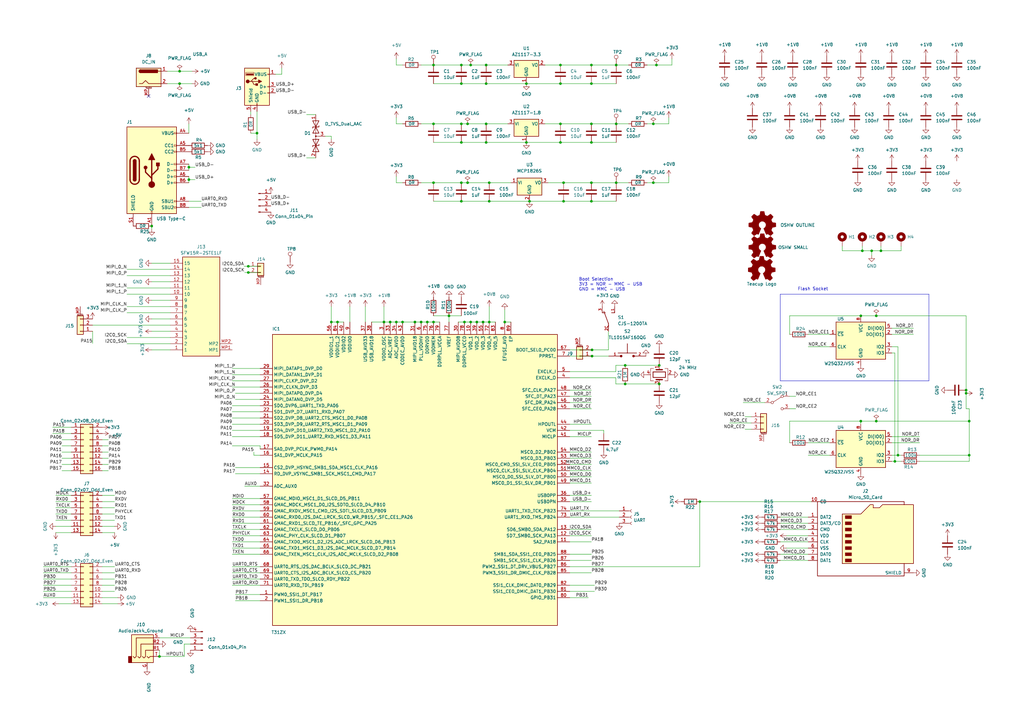
<source format=kicad_sch>
(kicad_sch (version 20230121) (generator eeschema)
  (paper "A3")
  (title_block (title "Teacup Development Board") (date "2023-05-22") (rev "B") (company "Hacker Homestead") (comment 1 "Original Design: BogdanTheGeek") (comment 2 "RevB: CaptainRon"))
  (junction (at 252.73 26.67))
  (junction (at 367.03 189.23))
  (junction (at 242.57 50.8))
  (junction (at 267.97 74.93))
  (junction (at 252.73 50.8))
  (junction (at 101.854 111.76))
  (junction (at 270.383 157.48))
  (junction (at 189.23 58.42))
  (junction (at 242.824 146.05))
  (junction (at 231.14 74.93))
  (junction (at 267.97 50.8))
  (junction (at 191.77 74.93))
  (junction (at 359.41 129.54))
  (junction (at 105.41 54.61))
  (junction (at 229.87 50.8))
  (junction (at 189.23 26.67))
  (junction (at 189.23 82.55))
  (junction (at 242.57 74.93))
  (junction (at 199.39 58.42))
  (junction (at 229.87 58.42))
  (junction (at 189.23 50.8))
  (junction (at 361.315 102.87))
  (junction (at 170.18 132.08))
  (junction (at 195.58 132.08))
  (junction (at 200.66 132.08))
  (junction (at 242.824 143.51))
  (junction (at 177.8 132.08))
  (junction (at 73.66 34.29))
  (junction (at 177.8 26.67))
  (junction (at 396.24 161.29))
  (junction (at 242.57 82.55))
  (junction (at 215.9 34.29))
  (junction (at 62.23 92.71))
  (junction (at 242.57 58.42))
  (junction (at 270.383 149.86))
  (junction (at 200.66 74.93))
  (junction (at 199.39 26.67))
  (junction (at 138.43 132.08))
  (junction (at 287.02 205.74))
  (junction (at 231.14 82.55))
  (junction (at 172.72 132.08))
  (junction (at 135.89 132.08))
  (junction (at 269.24 26.67))
  (junction (at 65.405 269.24))
  (junction (at 256.413 149.86))
  (junction (at 190.5 132.08))
  (junction (at 157.48 132.08))
  (junction (at 357.505 102.87))
  (junction (at 396.24 160.02))
  (junction (at 397.51 186.69))
  (junction (at 177.8 50.8))
  (junction (at 193.04 26.67))
  (junction (at 359.41 172.72))
  (junction (at 191.77 50.8))
  (junction (at 162.56 132.08))
  (junction (at 217.17 82.55))
  (junction (at 229.87 34.29))
  (junction (at 242.57 26.67))
  (junction (at 184.15 129.54))
  (junction (at 77.47 73.66))
  (junction (at 175.26 132.08))
  (junction (at 165.1 132.08))
  (junction (at 198.12 132.08))
  (junction (at 189.23 74.93))
  (junction (at 101.854 109.22))
  (junction (at 353.06 129.54))
  (junction (at 242.57 34.29))
  (junction (at 73.66 29.21))
  (junction (at 256.413 157.48))
  (junction (at 215.9 58.42))
  (junction (at 207.01 132.08))
  (junction (at 229.87 26.67))
  (junction (at 193.04 132.08))
  (junction (at 353.06 172.72))
  (junction (at 77.47 68.58))
  (junction (at 160.02 132.08))
  (junction (at 177.8 74.93))
  (junction (at 252.73 74.93))
  (junction (at 189.23 34.29))
  (junction (at 199.39 34.29))
  (junction (at 353.695 102.87))
  (junction (at 368.3 186.69))
  (junction (at 200.66 82.55))
  (junction (at 397.51 172.72))
  (junction (at 199.39 50.8))
  (no_connect (at 60.96 39.37))
  (wire (pts (xy 100.33 199.39) (xy 106.68 199.39)))
  (wire (pts (xy 189.23 26.67) (xy 193.04 26.67)))
  (wire (pts (xy 233.68 190.5) (xy 242.57 190.5)))
  (wire (pts (xy 357.505 102.87) (xy 361.315 102.87)))
  (wire (pts (xy 62.23 143.51) (xy 69.85 143.51)))
  (wire (pts (xy 95.25 166.37) (xy 106.68 166.37)))
  (wire (pts (xy 231.14 82.55) (xy 242.57 82.55)))
  (wire (pts (xy 62.23 123.19) (xy 69.85 123.19)))
  (wire (pts (xy 353.695 100.965) (xy 353.695 102.87)))
  (wire (pts (xy 78.74 34.29) (xy 73.66 34.29)))
  (wire (pts (xy 77.47 68.58) (xy 80.01 68.58)))
  (wire (pts (xy 29.21 240.03) (xy 17.78 240.03)))
  (wire (pts (xy 52.07 138.43) (xy 69.85 138.43)))
  (wire (pts (xy 308.102 176.022) (xy 305.562 176.022)))
  (wire (pts (xy 44.45 185.42) (xy 41.91 185.42)))
  (wire (pts (xy 195.58 132.08) (xy 198.12 132.08)))
  (wire (pts (xy 233.68 217.17) (xy 242.57 217.17)))
  (wire (pts (xy 252.73 34.29) (xy 242.57 34.29)))
  (wire (pts (xy 29.21 237.49) (xy 17.78 237.49)))
  (wire (pts (xy 101.854 111.76) (xy 100.33 111.76)))
  (wire (pts (xy 41.91 234.95) (xy 46.99 234.95)))
  (polyline (pts (xy 381 120.65) (xy 381 156.21)))
  (wire (pts (xy 229.87 58.42) (xy 242.57 58.42)))
  (wire (pts (xy 274.32 74.93) (xy 267.97 74.93)))
  (wire (pts (xy 340.36 142.24) (xy 331.47 142.24)))
  (wire (pts (xy 65.405 261.62) (xy 78.105 261.62)))
  (wire (pts (xy 21.59 175.26) (xy 29.21 175.26)))
  (wire (pts (xy 233.68 209.55) (xy 254 209.55)))
  (wire (pts (xy 95.25 227.33) (xy 106.68 227.33)))
  (wire (pts (xy 365.76 179.07) (xy 377.19 179.07)))
  (wire (pts (xy 320.04 222.25) (xy 331.47 222.25)))
  (wire (pts (xy 138.43 132.08) (xy 135.89 132.08)))
  (wire (pts (xy 95.25 240.03) (xy 106.68 240.03)))
  (wire (pts (xy 95.25 214.63) (xy 106.68 214.63)))
  (wire (pts (xy 242.57 234.95) (xy 233.68 234.95)))
  (wire (pts (xy 345.44 102.87) (xy 353.695 102.87)))
  (wire (pts (xy 191.77 74.93) (xy 200.66 74.93)))
  (wire (pts (xy 331.47 219.71) (xy 322.58 219.71)))
  (wire (pts (xy 96.52 161.29) (xy 106.68 161.29)))
  (wire (pts (xy 233.68 222.25) (xy 242.57 222.25)))
  (wire (pts (xy 200.66 132.08) (xy 203.2 132.08)))
  (wire (pts (xy 365.76 186.69) (xy 368.3 186.69)))
  (wire (pts (xy 41.91 205.74) (xy 46.99 205.74)))
  (wire (pts (xy 367.03 189.23) (xy 369.57 189.23)))
  (wire (pts (xy 175.26 132.08) (xy 177.8 132.08)))
  (wire (pts (xy 29.21 205.74) (xy 22.86 205.74)))
  (wire (pts (xy 331.47 181.61) (xy 340.36 181.61)))
  (wire (pts (xy 62.23 115.57) (xy 69.85 115.57)))
  (wire (pts (xy 257.81 26.67) (xy 252.73 26.67)))
  (wire (pts (xy 22.86 215.9) (xy 29.21 215.9)))
  (wire (pts (xy 21.59 177.8) (xy 29.21 177.8)))
  (wire (pts (xy 62.23 135.89) (xy 69.85 135.89)))
  (wire (pts (xy 242.57 74.93) (xy 252.73 74.93)))
  (wire (pts (xy 177.8 50.8) (xy 189.23 50.8)))
  (wire (pts (xy 41.91 232.41) (xy 46.99 232.41)))
  (wire (pts (xy 95.25 171.45) (xy 106.68 171.45)))
  (wire (pts (xy 396.24 161.29) (xy 396.24 160.02)))
  (wire (pts (xy 52.07 113.03) (xy 69.85 113.03)))
  (wire (pts (xy 340.36 186.69) (xy 331.47 186.69)))
  (wire (pts (xy 177.8 129.54) (xy 184.15 129.54)))
  (wire (pts (xy 242.57 26.67) (xy 252.73 26.67)))
  (wire (pts (xy 157.48 132.08) (xy 160.02 132.08)))
  (wire (pts (xy 172.72 132.08) (xy 175.26 132.08)))
  (wire (pts (xy 274.32 72.39) (xy 274.32 74.93)))
  (wire (pts (xy 52.07 128.27) (xy 69.85 128.27)))
  (wire (pts (xy 41.91 203.2) (xy 46.99 203.2)))
  (wire (pts (xy 160.02 132.08) (xy 162.56 132.08)))
  (wire (pts (xy 22.86 218.44) (xy 29.21 218.44)))
  (wire (pts (xy 207.01 132.08) (xy 209.55 132.08)))
  (wire (pts (xy 368.3 186.69) (xy 369.57 186.69)))
  (wire (pts (xy 37.973 135.89) (xy 37.973 140.843)))
  (wire (pts (xy 95.25 232.41) (xy 106.68 232.41)))
  (wire (pts (xy 267.97 74.93) (xy 265.43 74.93)))
  (wire (pts (xy 41.91 242.57) (xy 46.99 242.57)))
  (wire (pts (xy 287.02 205.74) (xy 287.02 232.41)))
  (wire (pts (xy 199.39 58.42) (xy 215.9 58.42)))
  (wire (pts (xy 106.68 186.69) (xy 104.14 186.69)))
  (wire (pts (xy 357.505 102.87) (xy 357.505 104.775)))
  (wire (pts (xy 41.91 247.65) (xy 48.26 247.65)))
  (wire (pts (xy 75.565 264.16) (xy 75.565 269.24)))
  (wire (pts (xy 257.81 74.93) (xy 252.73 74.93)))
  (wire (pts (xy 65.405 266.7) (xy 65.405 269.24)))
  (wire (pts (xy 105.41 57.15) (xy 105.41 54.61)))
  (wire (pts (xy 29.21 208.28) (xy 22.86 208.28)))
  (wire (pts (xy 191.77 50.8) (xy 199.39 50.8)))
  (wire (pts (xy 25.4 193.04) (xy 29.21 193.04)))
  (wire (pts (xy 233.68 212.09) (xy 254 212.09)))
  (wire (pts (xy 267.97 50.8) (xy 265.43 50.8)))
  (wire (pts (xy 323.85 172.72) (xy 353.06 172.72)))
  (wire (pts (xy 41.91 213.36) (xy 46.99 213.36)))
  (wire (pts (xy 25.4 187.96) (xy 29.21 187.96)))
  (wire (pts (xy 367.03 144.78) (xy 367.03 189.23)))
  (wire (pts (xy 115.57 27.94) (xy 115.57 30.48)))
  (polyline (pts (xy 320.04 120.65) (xy 381 120.65)))
  (wire (pts (xy 233.68 219.71) (xy 242.57 219.71)))
  (wire (pts (xy 162.56 132.08) (xy 165.1 132.08)))
  (wire (pts (xy 78.74 29.21) (xy 73.66 29.21)))
  (wire (pts (xy 396.24 129.54) (xy 359.41 129.54)))
  (wire (pts (xy 361.315 100.965) (xy 361.315 102.87)))
  (wire (pts (xy 252.603 149.86) (xy 252.603 152.4)))
  (wire (pts (xy 215.9 34.29) (xy 229.87 34.29)))
  (wire (pts (xy 52.07 118.11) (xy 69.85 118.11)))
  (wire (pts (xy 365.76 134.62) (xy 374.65 134.62)))
  (wire (pts (xy 189.23 58.42) (xy 199.39 58.42)))
  (wire (pts (xy 152.4 132.08) (xy 157.48 132.08)))
  (wire (pts (xy 96.52 243.84) (xy 106.68 243.84)))
  (wire (pts (xy 377.19 189.23) (xy 397.51 189.23)))
  (wire (pts (xy 95.25 212.09) (xy 106.68 212.09)))
  (wire (pts (xy 365.76 189.23) (xy 367.03 189.23)))
  (wire (pts (xy 95.25 151.13) (xy 106.68 151.13)))
  (wire (pts (xy 177.8 82.55) (xy 189.23 82.55)))
  (wire (pts (xy 323.85 129.54) (xy 353.06 129.54)))
  (wire (pts (xy 177.8 58.42) (xy 189.23 58.42)))
  (wire (pts (xy 359.41 172.72) (xy 353.06 172.72)))
  (wire (pts (xy 95.25 217.17) (xy 106.68 217.17)))
  (wire (pts (xy 95.25 176.53) (xy 106.68 176.53)))
  (wire (pts (xy 242.57 227.33) (xy 233.68 227.33)))
  (wire (pts (xy 77.47 50.8) (xy 77.47 54.61)))
  (wire (pts (xy 106.807 111.76) (xy 101.854 111.76)))
  (wire (pts (xy 95.25 204.47) (xy 106.68 204.47)))
  (wire (pts (xy 233.68 198.12) (xy 242.57 198.12)))
  (wire (pts (xy 162.56 26.67) (xy 165.1 26.67)))
  (polyline (pts (xy 320.04 156.21) (xy 320.04 120.65)))
  (wire (pts (xy 102.87 46.99) (xy 102.87 45.72)))
  (wire (pts (xy 22.86 203.2) (xy 29.21 203.2)))
  (wire (pts (xy 233.68 165.1) (xy 242.57 165.1)))
  (wire (pts (xy 242.824 146.05) (xy 249.682 146.05)))
  (wire (pts (xy 75.565 264.16) (xy 78.105 264.16)))
  (wire (pts (xy 95.25 168.91) (xy 106.68 168.91)))
  (wire (pts (xy 105.41 54.61) (xy 105.41 45.72)))
  (wire (pts (xy 365.76 144.78) (xy 367.03 144.78)))
  (wire (pts (xy 305.562 170.942) (xy 308.102 170.942)))
  (wire (pts (xy 172.72 74.93) (xy 177.8 74.93)))
  (wire (pts (xy 135.89 55.88) (xy 135.89 57.15)))
  (wire (pts (xy 256.413 149.86) (xy 270.383 149.86)))
  (wire (pts (xy 95.25 179.07) (xy 106.68 179.07)))
  (wire (pts (xy 95.25 224.79) (xy 106.68 224.79)))
  (wire (pts (xy 223.52 26.67) (xy 229.87 26.67)))
  (wire (pts (xy 223.52 50.8) (xy 229.87 50.8)))
  (wire (pts (xy 353.695 102.87) (xy 357.505 102.87)))
  (wire (pts (xy 95.25 153.67) (xy 106.68 153.67)))
  (wire (pts (xy 242.824 143.51) (xy 249.555 143.51)))
  (wire (pts (xy 172.72 50.8) (xy 177.8 50.8)))
  (wire (pts (xy 22.86 210.82) (xy 29.21 210.82)))
  (wire (pts (xy 165.1 132.08) (xy 170.18 132.08)))
  (wire (pts (xy 41.91 218.44) (xy 46.99 218.44)))
  (wire (pts (xy 365.76 137.16) (xy 374.65 137.16)))
  (wire (pts (xy 233.68 154.94) (xy 252.603 154.94)))
  (wire (pts (xy 233.68 187.96) (xy 242.57 187.96)))
  (wire (pts (xy 75.565 269.24) (xy 65.405 269.24)))
  (wire (pts (xy 77.47 73.66) (xy 80.01 73.66)))
  (wire (pts (xy 323.85 167.64) (xy 326.39 167.64)))
  (wire (pts (xy 229.87 26.67) (xy 242.57 26.67)))
  (wire (pts (xy 256.413 157.48) (xy 270.383 157.48)))
  (wire (pts (xy 397.51 172.72) (xy 397.51 186.69)))
  (wire (pts (xy 96.52 191.77) (xy 106.68 191.77)))
  (wire (pts (xy 224.79 74.93) (xy 231.14 74.93)))
  (wire (pts (xy 199.39 26.67) (xy 208.28 26.67)))
  (wire (pts (xy 73.66 34.29) (xy 68.58 34.29)))
  (wire (pts (xy 274.32 48.26) (xy 274.32 50.8)))
  (wire (pts (xy 125.73 64.77) (xy 129.54 64.77)))
  (wire (pts (xy 52.07 120.65) (xy 69.85 120.65)))
  (wire (pts (xy 326.39 162.56) (xy 323.85 162.56)))
  (wire (pts (xy 396.24 161.29) (xy 396.24 167.64)))
  (wire (pts (xy 62.23 92.71) (xy 62.23 93.98)))
  (wire (pts (xy 41.91 193.04) (xy 44.45 193.04)))
  (wire (pts (xy 189.23 50.8) (xy 191.77 50.8)))
  (wire (pts (xy 96.52 246.38) (xy 106.68 246.38)))
  (wire (pts (xy 242.57 50.8) (xy 252.73 50.8)))
  (wire (pts (xy 95.25 207.01) (xy 106.68 207.01)))
  (wire (pts (xy 162.56 72.39) (xy 162.56 74.93)))
  (wire (pts (xy 77.47 72.39) (xy 77.47 73.66)))
  (wire (pts (xy 233.68 152.4) (xy 252.603 152.4)))
  (wire (pts (xy 162.56 48.26) (xy 162.56 50.8)))
  (wire (pts (xy 359.41 172.72) (xy 397.51 172.72)))
  (wire (pts (xy 233.68 160.02) (xy 242.57 160.02)))
  (wire (pts (xy 320.04 217.17) (xy 331.47 217.17)))
  (wire (pts (xy 323.85 137.16) (xy 323.85 129.54)))
  (wire (pts (xy 233.68 143.51) (xy 242.824 143.51)))
  (wire (pts (xy 233.68 193.04) (xy 242.57 193.04)))
  (wire (pts (xy 193.04 132.08) (xy 195.58 132.08)))
  (wire (pts (xy 41.91 190.5) (xy 44.45 190.5)))
  (wire (pts (xy 95.25 173.99) (xy 106.68 173.99)))
  (wire (pts (xy 17.78 242.57) (xy 29.21 242.57)))
  (wire (pts (xy 177.8 34.29) (xy 189.23 34.29)))
  (wire (pts (xy 189.23 34.29) (xy 199.39 34.29)))
  (polyline (pts (xy 381 156.21) (xy 320.04 156.21)))
  (wire (pts (xy 189.23 82.55) (xy 200.66 82.55)))
  (wire (pts (xy 95.25 237.49) (xy 106.68 237.49)))
  (wire (pts (xy 397.51 167.64) (xy 397.51 172.72)))
  (wire (pts (xy 190.5 132.08) (xy 193.04 132.08)))
  (wire (pts (xy 125.73 46.99) (xy 129.54 46.99)))
  (wire (pts (xy 275.59 26.67) (xy 269.24 26.67)))
  (wire (pts (xy 62.23 107.95) (xy 69.85 107.95)))
  (wire (pts (xy 304.8 165.1) (xy 313.69 165.1)))
  (wire (pts (xy 41.91 180.34) (xy 44.45 180.34)))
  (wire (pts (xy 247.65 176.53) (xy 247.65 177.8)))
  (wire (pts (xy 77.47 69.85) (xy 77.47 68.58)))
  (wire (pts (xy 41.91 245.11) (xy 48.26 245.11)))
  (wire (pts (xy 233.68 146.05) (xy 242.824 146.05)))
  (wire (pts (xy 105.41 54.61) (xy 102.87 54.61)))
  (wire (pts (xy 17.78 245.11) (xy 29.21 245.11)))
  (wire (pts (xy 100.076 109.22) (xy 101.854 109.22)))
  (wire (pts (xy 229.87 34.29) (xy 242.57 34.29)))
  (wire (pts (xy 135.89 132.08) (xy 135.89 125.73)))
  (wire (pts (xy 52.07 125.73) (xy 69.85 125.73)))
  (wire (pts (xy 143.51 125.73) (xy 143.51 132.08)))
  (wire (pts (xy 233.68 245.11) (xy 241.3 245.11)))
  (wire (pts (xy 353.06 172.72) (xy 353.06 173.99)))
  (wire (pts (xy 252.73 82.55) (xy 242.57 82.55)))
  (wire (pts (xy 77.47 73.66) (xy 77.47 74.93)))
  (wire (pts (xy 25.4 185.42) (xy 29.21 185.42)))
  (wire (pts (xy 233.68 179.07) (xy 242.57 179.07)))
  (wire (pts (xy 101.854 109.22) (xy 106.807 109.22)))
  (wire (pts (xy 29.21 180.34) (xy 25.4 180.34)))
  (wire (pts (xy 377.19 186.69) (xy 397.51 186.69)))
  (wire (pts (xy 198.12 132.08) (xy 200.66 132.08)))
  (wire (pts (xy 233.68 185.42) (xy 242.57 185.42)))
  (wire (pts (xy 24.13 247.65) (xy 29.21 247.65)))
  (wire (pts (xy 299.212 173.482) (xy 308.102 173.482)))
  (wire (pts (xy 229.87 50.8) (xy 242.57 50.8)))
  (wire (pts (xy 140.97 132.08) (xy 138.43 132.08)))
  (wire (pts (xy 396.24 129.54) (xy 396.24 160.02)))
  (wire (pts (xy 269.24 26.67) (xy 265.43 26.67)))
  (wire (pts (xy 361.315 102.87) (xy 369.57 102.87)))
  (wire (pts (xy 149.86 125.73) (xy 149.86 132.08)))
  (wire (pts (xy 233.68 240.03) (xy 243.84 240.03)))
  (wire (pts (xy 29.21 234.95) (xy 17.78 234.95)))
  (wire (pts (xy 199.39 50.8) (xy 208.28 50.8)))
  (wire (pts (xy 162.56 50.8) (xy 165.1 50.8)))
  (wire (pts (xy 365.76 142.24) (xy 368.3 142.24)))
  (wire (pts (xy 233.68 167.64) (xy 242.57 167.64)))
  (wire (pts (xy 252.603 154.94) (xy 252.603 157.48)))
  (wire (pts (xy 287.02 232.41) (xy 233.68 232.41)))
  (wire (pts (xy 187.96 132.08) (xy 190.5 132.08)))
  (wire (pts (xy 274.32 50.8) (xy 267.97 50.8)))
  (wire (pts (xy 115.57 30.48) (xy 113.03 30.48)))
  (wire (pts (xy 77.47 85.09) (xy 82.55 85.09)))
  (wire (pts (xy 252.603 149.86) (xy 256.413 149.86)))
  (wire (pts (xy 157.48 125.73) (xy 157.48 132.08)))
  (wire (pts (xy 193.04 26.67) (xy 199.39 26.67)))
  (wire (pts (xy 322.58 224.79) (xy 331.47 224.79)))
  (wire (pts (xy 332.74 205.74) (xy 287.02 205.74)))
  (wire (pts (xy 95.25 219.71) (xy 106.68 219.71)))
  (wire (pts (xy 52.07 140.97) (xy 69.85 140.97)))
  (wire (pts (xy 233.68 176.53) (xy 247.65 176.53)))
  (wire (pts (xy 257.81 50.8) (xy 252.73 50.8)))
  (wire (pts (xy 189.23 74.93) (xy 191.77 74.93)))
  (wire (pts (xy 95.25 156.21) (xy 106.68 156.21)))
  (wire (pts (xy 44.45 182.88) (xy 41.91 182.88)))
  (wire (pts (xy 200.66 125.73) (xy 200.66 132.08)))
  (wire (pts (xy 365.76 181.61) (xy 377.19 181.61)))
  (wire (pts (xy 242.57 205.74) (xy 233.68 205.74)))
  (wire (pts (xy 249.555 143.51) (xy 249.555 135.89)))
  (wire (pts (xy 177.8 26.67) (xy 189.23 26.67)))
  (wire (pts (xy 200.66 74.93) (xy 209.55 74.93)))
  (wire (pts (xy 44.45 187.96) (xy 41.91 187.96)))
  (wire (pts (xy 397.51 186.69) (xy 397.51 189.23)))
  (wire (pts (xy 184.15 129.54) (xy 189.23 129.54)))
  (wire (pts (xy 199.39 34.29) (xy 215.9 34.29)))
  (wire (pts (xy 275.59 24.13) (xy 275.59 26.67)))
  (wire (pts (xy 96.52 194.31) (xy 106.68 194.31)))
  (wire (pts (xy 41.91 208.28) (xy 46.99 208.28)))
  (wire (pts (xy 62.23 130.81) (xy 69.85 130.81)))
  (wire (pts (xy 172.72 26.67) (xy 177.8 26.67)))
  (wire (pts (xy 215.9 58.42) (xy 229.87 58.42)))
  (wire (pts (xy 37.973 133.35) (xy 69.85 133.35)))
  (wire (pts (xy 233.68 162.56) (xy 242.57 162.56)))
  (wire (pts (xy 252.603 157.48) (xy 256.413 157.48)))
  (wire (pts (xy 233.68 195.58) (xy 242.57 195.58)))
  (wire (pts (xy 25.4 182.88) (xy 29.21 182.88)))
  (wire (pts (xy 96.52 163.83) (xy 106.68 163.83)))
  (wire (pts (xy 29.21 232.41) (xy 17.78 232.41)))
  (wire (pts (xy 320.04 229.87) (xy 331.47 229.87)))
  (wire (pts (xy 369.57 102.87) (xy 369.57 100.965)))
  (wire (pts (xy 41.91 210.82) (xy 46.99 210.82)))
  (wire (pts (xy 177.8 74.93) (xy 189.23 74.93)))
  (wire (pts (xy 25.4 190.5) (xy 29.21 190.5)))
  (wire (pts (xy 41.91 237.49) (xy 46.99 237.49)))
  (wire (pts (xy 73.66 29.21) (xy 68.58 29.21)))
  (wire (pts (xy 95.25 158.75) (xy 106.68 158.75)))
  (wire (pts (xy 359.41 129.54) (xy 353.06 129.54)))
  (wire (pts (xy 242.57 229.87) (xy 233.68 229.87)))
  (wire (pts (xy 170.18 132.08) (xy 172.72 132.08)))
  (wire (pts (xy 95.25 209.55) (xy 106.68 209.55)))
  (wire (pts (xy 331.47 214.63) (xy 320.04 214.63)))
  (wire (pts (xy 162.56 74.93) (xy 165.1 74.93)))
  (wire (pts (xy 331.47 212.09) (xy 320.04 212.09)))
  (wire (pts (xy 217.17 82.55) (xy 231.14 82.55)))
  (wire (pts (xy 162.56 24.13) (xy 162.56 26.67)))
  (wire (pts (xy 41.91 215.9) (xy 46.99 215.9)))
  (wire (pts (xy 200.66 82.55) (xy 217.17 82.55)))
  (wire (pts (xy 177.8 132.08) (xy 180.34 132.08)))
  (wire (pts (xy 242.57 203.2) (xy 233.68 203.2)))
  (wire (pts (xy 104.14 186.69) (xy 104.14 185.42)))
  (wire (pts (xy 95.25 234.95) (xy 106.68 234.95)))
  (wire (pts (xy 252.73 58.42) (xy 242.57 58.42)))
  (wire (pts (xy 207.01 127) (xy 207.01 132.08)))
  (wire (pts (xy 41.91 240.03) (xy 46.99 240.03)))
  (wire (pts (xy 368.3 142.24) (xy 368.3 186.69)))
  (wire (pts (xy 77.47 68.58) (xy 77.47 67.31)))
  (wire (pts (xy 22.86 213.36) (xy 29.21 213.36)))
  (wire (pts (xy 331.47 137.16) (xy 340.36 137.16)))
  (wire (pts (xy 133.35 55.88) (xy 135.89 55.88)))
  (wire (pts (xy 184.15 132.08) (xy 184.15 129.54)))
  (wire (pts (xy 331.47 227.33) (xy 320.04 227.33)))
  (wire (pts (xy 95.25 182.88) (xy 106.68 182.88)))
  (wire (pts (xy 95.25 222.25) (xy 106.68 222.25)))
  (wire (pts (xy 231.14 74.93) (xy 242.57 74.93)))
  (wire (pts (xy 396.24 167.64) (xy 397.51 167.64)))
  (wire (pts (xy 106.68 182.88) (xy 106.68 184.15)))
  (wire (pts (xy 345.44 100.965) (xy 345.44 102.87)))
  (wire (pts (xy 77.47 82.55) (xy 82.55 82.55)))
  (wire (pts (xy 323.85 172.72) (xy 323.85 181.61)))
  (wire (pts (xy 233.68 173.99) (xy 242.57 173.99)))
  (wire (pts (xy 233.68 242.57) (xy 243.84 242.57)))
  (wire (pts (xy 52.07 110.49) (xy 69.85 110.49)))
  (text "Boot Selection\n3V3 = NOR - MMC - USB\nGND = MMC - USB" (at 237.363 119.507 0) (effects (font (size 1.27 1.27)) (justify left bottom)))
  (text "Flash Socket" (at 327.152 119.38 0) (effects (font (size 1.27 1.27)) (justify left bottom)))
  (text "General purpose I/O: 1.5~3.6V\nDDR I/O: 1.8V(DDR2) ± 0.1V\nEFUSE programming: 1.8V ± 10%\nAnalog power supply 1: 1.8V ± 10%\nAnalog power supply 2: 3.3V ± 10%\nCore: 0.8V ± 0.1V" (at 0.762 -3.302 0) (effects (font (size 1.27 1.27)) (justify left bottom)))
  (label "MMC0_D1" (at 321.31 229.87 0))
  (label "MIPI_CLK_P" (at 52.07 128.27 180))
  (label "PB28" (at 242.57 234.95 0))
  (label "PA06" (at 25.4 180.34 180))
  (label "PA15" (at 37.973 140.843 180))
  (label "PB29" (at 243.84 240.03 0))
  (label "PA08" (at 95.25 171.45 180))
  (label "RXD0" (at 95.25 212.09 0))
  (label "PB26" (at 46.99 242.57 0))
  (label "PA16" (at 25.4 187.96 180))
  (label "UART0_CTS" (at 46.99 232.41 0))
  (label "I2C0_SCK" (at 100.33 111.76 180))
  (label "PA18" (at 242.57 222.25 0))
  (label "MIPI_0_N" (at 96.52 163.83 180))
  (label "NOR_CK" (at 242.57 160.02 180))
  (label "MMC0_D0" (at 242.57 195.58 180))
  (label "PB28" (at 46.99 240.03 0))
  (label "PB27" (at 17.78 240.03 0))
  (label "HPOUTL" (at 242.57 173.99 180))
  (label "TXD1" (at 46.99 213.36 0))
  (label "MMC0_CLK" (at 321.31 222.25 0))
  (label "USB_D-" (at 80.01 68.58 0))
  (label "TXD0" (at 95.25 222.25 0))
  (label "NOR_CK" (at 331.47 142.24 0))
  (label "NOR_CK" (at 331.47 186.69 0))
  (label "MMC0_D1" (at 242.57 198.12 180))
  (label "PB18" (at 44.45 193.04 0))
  (label "MMC0_D3" (at 242.57 187.96 180))
  (label "PB25" (at 17.78 242.57 0))
  (label "USB_D-" (at 125.73 46.99 180))
  (label "I2C0_SDA" (at 100.076 109.22 180))
  (label "I2C0_SCK" (at 242.57 219.71 180))
  (label "UART0_RXD" (at 95.25 240.03 0))
  (label "MIPI_1_N" (at 52.07 118.11 180))
  (label "NOR_DR" (at 374.65 137.16 180))
  (label "TXCLK" (at 95.25 217.17 0))
  (label "NOR_CE" (at 299.212 173.482 0))
  (label "NOR_CE1" (at 326.39 162.56 0))
  (label "PA07" (at 95.25 168.91 180))
  (label "PA06" (at 95.25 166.37 180))
  (label "PA16" (at 96.52 191.77 180))
  (label "PA07" (at 44.45 180.34 0))
  (label "PB31" (at 46.99 237.49 0))
  (label "USB_D+" (at 80.01 73.66 0))
  (label "NOR_DT" (at 377.19 179.07 180))
  (label "MIPI_1_P" (at 52.07 120.65 180))
  (label "MDCK" (at 95.25 207.01 0))
  (label "PA17" (at 96.52 194.31 180))
  (label "PHYCLK" (at 95.25 219.71 0))
  (label "USB_D+" (at 113.03 35.56 0))
  (label "UART0_TXD" (at 17.78 234.95 0))
  (label "MICLP" (at 75.565 261.62 180))
  (label "RXD1" (at 46.99 208.28 0))
  (label "USB_D-" (at 242.57 205.74 180))
  (label "I2C0_SDA" (at 52.07 140.97 180))
  (label "NOR_DT" (at 242.57 162.56 180))
  (label "NOR_DR" (at 377.19 181.61 180))
  (label "PA18" (at 21.59 177.8 0))
  (label "MMC0_D2" (at 242.57 185.42 180))
  (label "TXCLK" (at 22.86 208.28 0))
  (label "PB30" (at 17.78 237.49 0))
  (label "PB18" (at 96.52 246.38 0))
  (label "USB_D+" (at 242.57 203.2 180))
  (label "MIPI_0_N" (at 52.07 110.49 180))
  (label "PHYCLK" (at 46.99 210.82 0))
  (label "I2C0_SCK" (at 52.07 138.43 180))
  (label "PB17" (at 25.4 193.04 180))
  (label "MICLP" (at 242.57 179.07 180))
  (label "RXD1" (at 95.25 214.63 0))
  (label "PB29" (at 44.45 190.5 0))
  (label "NOR_CE2" (at 331.47 181.61 0))
  (label "PA10" (at 44.45 185.42 0))
  (label "PA11" (at 25.4 185.42 180))
  (label "PB26" (at 242.57 229.87 0))
  (label "NOR_CE2" (at 305.562 176.022 180))
  (label "USB_D+" (at 111.125 84.455 0))
  (label "UART0_RTS" (at 95.25 232.41 0))
  (label "MIPI_1_P" (at 96.52 151.13 180))
  (label "MIPI_CLK_N" (at 52.07 125.73 180))
  (label "NOR_CE2" (at 326.39 167.64 0))
  (label "PB30" (at 243.84 242.57 0))
  (label "NOR_CE" (at 304.8 165.1 0))
  (label "PA14" (at 95.25 182.88 180))
  (label "TXD1" (at 95.25 224.79 0))
  (label "HPOUTL" (at 75.565 269.24 180))
  (label "NOR_CE1" (at 331.47 137.16 0))
  (label "MMC0_CMD" (at 242.57 190.5 180))
  (label "USB_D-" (at 111.125 81.915 0))
  (label "MIPI_1_N" (at 96.52 153.67 180))
  (label "USB_D+" (at 125.73 64.77 180))
  (label "UART0_TXD" (at 82.55 85.09 0))
  (label "USB_D-" (at 113.03 38.1 0))
  (label "PB17" (at 96.52 243.84 0))
  (label "PA14" (at 44.45 187.96 0))
  (label "MIPI_CLK_P" (at 96.52 156.21 180))
  (label "PA10" (at 95.25 176.53 180))
  (label "UART0_RXD" (at 82.55 82.55 0))
  (label "UART_TX" (at 233.68 209.55 0))
  (label "PB31" (at 241.3 245.11 180))
  (label "MMC0_D3" (at 320.04 214.63 0))
  (label "UART_RX" (at 233.68 212.09 0))
  (label "UART0_RXD" (at 46.99 234.95 0))
  (label "TXEN" (at 95.25 227.33 0))
  (label "NOR_DR" (at 242.57 165.1 180))
  (label "PA15" (at 21.59 175.26 0))
  (label "RXDV" (at 95.25 209.55 0))
  (label "NOR_CE1" (at 305.562 170.942 180))
  (label "AUX0" (at 17.78 245.11 0))
  (label "MIPI_0_P" (at 96.52 161.29 180))
  (label "MIPI_CLK_N" (at 96.52 158.75 180))
  (label "PB27" (at 242.57 232.41 0))
  (label "NOR_DT" (at 374.65 134.62 180))
  (label "TXD0" (at 22.86 210.82 0))
  (label "PA17" (at 25.4 190.5 180))
  (label "UART0_RTS" (at 17.78 232.41 0))
  (label "MMC0_D2" (at 320.04 212.09 0))
  (label "I2C0_SDA" (at 242.57 217.17 180))
  (label "MMC0_D0" (at 321.31 227.33 0))
  (label "PA08" (at 44.45 182.88 0))
  (label "UART0_TXD" (at 95.25 237.49 0))
  (label "PB25" (at 242.57 227.33 0))
  (label "PA15" (at 104.14 185.42 180))
  (label "MMC0_CLK" (at 242.57 193.04 180))
  (label "RXDV" (at 46.99 205.74 0))
  (label "MDCK" (at 22.86 203.2 0))
  (label "AUX0" (at 100.33 199.39 0))
  (label "PA09" (at 95.25 173.99 180))
  (label "MMC0_CMD" (at 320.04 217.17 0))
  (label "NOR_CE" (at 242.57 167.64 180))
  (label "MDIO" (at 95.25 204.47 0))
  (label "PA09" (at 25.4 182.88 180))
  (label "MDIO" (at 46.99 203.2 0))
  (label "UART0_CTS" (at 95.25 234.95 0))
  (label "MIPI_0_P" (at 52.07 113.03 180))
  (label "TXEN" (at 22.86 213.36 0))
  (label "PA11" (at 95.25 179.07 180))
  (label "RXD0" (at 22.86 205.74 0))
  (symbol (lib_id "Device:R") (at 373.38 186.69 270) (unit 1)
    (property "Reference" "R13" (at 372.11 184.404 90) (effects (justify left)))
    (property "Value" "100k" (at 371.094 186.69 90) (effects (justify left)))
    (property "Footprint" "Resistor_SMD:R_0603_1608Metric_Pad0.98x0.95mm_HandSolder" (effects hide))
    (property "Sim.Enable" "0" (effects hide))
  )
  (symbol (lib_id "power:GND") (at 46.99 215.9 90) (unit 1)
    (property "Reference" "#PWR092" (effects hide))
    (property "Value" "GND" (at 51.308 217.932 0) (effects (justify left)))
  )
  (symbol (lib_id "Device:R") (at 184.15 125.73 0) (unit 1)
    (property "Reference" "R11" (at 181.864 127 90) (effects (justify left)))
    (property "Value" "100k" (at 184.15 128.016 90) (effects (justify left)))
    (property "Footprint" "Resistor_SMD:R_0603_1608Metric_Pad0.98x0.95mm_HandSolder" (effects hide))
    (property "Sim.Enable" "0" (effects hide))
  )
  (symbol (lib_id "power:+3V3") (at 149.86 125.73 0) (unit 1)
    (property "Reference" "#PWR020" (effects hide))
    (property "Value" "+3V3" (at 149.86 121.158 0))
  )
  (symbol (lib_id "Mechanical:MountingHole_Pad") (at 369.57 98.425 0) (unit 1) (in_bom no)
    (property "Reference" "H4" (at 372.11 97.155 0) (effects (justify left)))
    (property "Value" "MountingHole_Pad" (effects hide))
    (property "Footprint" "MountingHole:MountingHole_2.7mm_M2.5_Pad_Via" (effects hide))
    (property "Sim.Enable" "0" (effects hide))
  )
  (symbol (lib_id "power:+3V3") (at 365.76 66.04 0) (unit 1)
    (property "Reference" "#PWR061" (effects hide))
    (property "Value" "+3V3" (at 365.76 61.468 0))
  )
  (symbol (lib_id "teacup:CJS-1200TA") (at 249.555 130.81 0) (unit 1)
    (property "Reference" "S1" (at 253.365 130.175 0) (effects (justify left)))
    (property "Value" "CJS-1200TA" (at 253.365 132.715 0) (effects (justify left)))
    (property "Footprint" "teacup:CJS-1200TA" (effects hide))
    (property "Sim.Enable" "0" (effects hide))
  )
  (symbol (lib_id "Connector:USB_A") (at 105.41 35.56 0) (unit 1)
    (property "Reference" "J3" (at 99.06 36.195 0) (effects (justify right)))
    (property "Value" "USB_A" (at 85.09 22.225 0) (effects (justify right)))
    (property "Footprint" "Connector_USB:USB_A_TE_292303-7_Horizontal" (effects hide))
    (property "Datasheet" " ~" (effects hide))
    (property "Sim.Enable" "0" (effects hide))
  )
  (symbol (lib_id "power:+1V8") (at 143.51 125.73 0) (unit 1)
    (property "Reference" "#PWR019" (effects hide))
    (property "Value" "+1V8" (at 143.51 121.158 0))
  )
  (symbol (lib_id "Device:C") (at 392.43 160.02 270) (unit 1)
    (property "Reference" "C23" (at 393.7001 164.084 0) (effects (justify left)))
    (property "Value" "100nF" (at 391.1601 164.084 0) (effects (justify left)))
    (property "Footprint" "Capacitor_SMD:C_0402_1005Metric" (effects hide))
    (property "Sim.Enable" "0" (effects hide))
  )
  (symbol (lib_id "Device:C") (at 177.8 54.61 0) (unit 1)
    (property "Reference" "C7" (at 181.864 53.3399 0) (effects (justify left)))
    (property "Value" "10uF" (at 181.864 55.8799 0) (effects (justify left)))
    (property "Footprint" "Capacitor_SMD:C_0805_2012Metric_Pad1.18x1.45mm_HandSolder" (effects hide))
    (property "Sim.Enable" "0" (effects hide))
  )
  (symbol (lib_id "power:GND") (at 336.55 52.07 0) (unit 1)
    (property "Reference" "#PWR076" (effects hide))
    (property "Value" "GND" (at 334.518 56.388 0) (effects (justify left)))
  )
  (symbol (lib_id "Device:C") (at 252.73 30.48 0) (unit 1)
    (property "Reference" "C6" (at 256.794 29.2099 0) (effects (justify left)))
    (property "Value" "100nF" (at 256.794 31.7499 0) (effects (justify left)))
    (property "Footprint" "Capacitor_SMD:C_0603_1608Metric_Pad1.08x0.95mm_HandSolder" (effects hide))
    (property "Sim.Enable" "0" (effects hide))
  )
  (symbol (lib_id "Device:R") (at 261.62 26.67 270) (mirror x) (unit 1)
    (property "Reference" "R3" (at 260.604 24.384 90) (effects (justify left)))
    (property "Value" "0R" (at 260.35 26.67 90) (effects (justify left)))
    (property "Footprint" "Resistor_SMD:R_0603_1608Metric_Pad0.98x0.95mm_HandSolder" (effects hide))
    (property "Sim.Enable" "0" (effects hide))
  )
  (symbol (lib_id "power:PWR_FLAG") (at 73.66 34.29 180) (unit 1)
    (property "Reference" "#FLG010" (effects hide))
    (property "Value" "PWR_FLAG" (at 73.66 39.116 0))
  )
  (symbol (lib_id "teacup:+0V8") (at 200.66 125.73 0) (unit 1)
    (property "Reference" "#PWR022" (effects hide))
    (property "Value" "+0V8" (at 200.66 120.65 0))
  )
  (symbol (lib_id "power:+3V3") (at 162.56 48.26 0) (unit 1)
    (property "Reference" "#PWR07" (effects hide))
    (property "Value" "+3V3" (at 162.56 43.688 0))
  )
  (symbol (lib_id "Graphic:Logo_Open_Hardware_Small") (at 312.674 101.473 0) (unit 1) (in_bom no)
    (property "Reference" "LOGO5" (effects hide))
    (property "Value" "OSHW SMALL" (at 319.151 101.473 0) (effects (justify left)))
    (property "Footprint" "Symbol:OSHW-Logo_7.5x8mm_SilkScreen" (effects hide))
    (property "Sim.Enable" "0" (effects hide))
  )
  (symbol (lib_id "power:GND") (at 297.18 30.48 0) (unit 1)
    (property "Reference" "#PWR048" (effects hide))
    (property "Value" "GND" (at 295.148 34.798 0) (effects (justify left)))
  )
  (symbol (lib_id "power:GND") (at 85.09 59.69 90) (mirror x) (unit 1)
    (property "Reference" "#PWR05" (effects hide))
    (property "Value" "GND" (at 92.456 59.69 90) (effects (justify left)))
  )
  (symbol (lib_id "power:+5V") (at 111.125 79.375 0) (mirror y) (unit 1)
    (property "Reference" "#PWR033" (effects hide))
    (property "Value" "+5V" (at 111.125 73.787 0))
  )
  (symbol (lib_id "power:GND") (at 78.105 266.7 0) (unit 1)
    (property "Reference" "#PWR035" (effects hide))
    (property "Value" "GND" (at 78.867 276.352 90) (effects (justify left)))
  )
  (symbol (lib_id "power:GND") (at 322.58 224.79 270) (unit 1)
    (property "Reference" "#PWR0113" (effects hide))
    (property "Value" "GND" (at 313.817 224.79 90) (effects (justify left)))
  )
  (symbol (lib_id "power:GND") (at 217.17 82.55 0) (unit 1)
    (property "Reference" "#PWR014" (effects hide))
    (property "Value" "GND" (at 215.138 86.868 0) (effects (justify left)))
  )
  (symbol (lib_id "Device:C") (at 365.76 26.67 0) (unit 1)
    (property "Reference" "C32" (at 369.824 25.3999 0) (effects (justify left)))
    (property "Value" "100nF" (at 369.824 27.9399 0) (effects (justify left)))
    (property "Footprint" "Capacitor_SMD:C_0402_1005Metric" (effects hide))
    (property "Sim.Enable" "0" (effects hide))
  )
  (symbol (lib_id "power:GND") (at 247.65 185.42 0) (unit 1)
    (property "Reference" "#PWR030" (effects hide))
    (property "Value" "GND" (at 245.618 189.738 0) (effects (justify left)))
  )
  (symbol (lib_id "Connector_Audio:AudioJack4_Ground") (at 60.325 264.16 0) (unit 1)
    (property "Reference" "J10" (at 57.785 256.159 0))
    (property "Value" "AudioJack4_Ground" (at 57.785 258.699 0))
    (property "Footprint" "Connector_Audio:Jack_3.5mm_PJ320D_Horizontal" (effects hide))
    (property "Sim.Enable" "0" (effects hide))
  )
  (symbol (lib_id "Device:C") (at 325.12 26.67 0) (unit 1)
    (property "Reference" "C28" (at 329.184 25.3999 0) (effects (justify left)))
    (property "Value" "100nF" (at 329.184 27.9399 0) (effects (justify left)))
    (property "Footprint" "Capacitor_SMD:C_0402_1005Metric" (effects hide))
    (property "Sim.Enable" "0" (effects hide))
  )
  (symbol (lib_id "power:GND") (at 264.922 146.05 180) (unit 1)
    (property "Reference" "#PWR087" (effects hide))
    (property "Value" "GND" (at 266.954 141.732 0) (effects (justify left)))
  )
  (symbol (lib_id "power:+3V3") (at 388.62 219.71 0) (unit 1)
    (property "Reference" "#PWR0108" (effects hide))
    (property "Value" "+3V3" (at 388.62 215.138 0))
  )
  (symbol (lib_id "power:+1V8") (at 177.8 121.92 0) (unit 1)
    (property "Reference" "#PWR015" (effects hide))
    (property "Value" "+1V8" (at 177.8 117.348 0))
  )
  (symbol (lib_id "Device:C") (at 189.23 78.74 0) (unit 1)
    (property "Reference" "C14" (at 193.294 77.4699 0) (effects (justify left)))
    (property "Value" "1uF" (at 193.294 80.0099 0) (effects (justify left)))
    (property "Footprint" "Capacitor_SMD:C_0603_1608Metric_Pad1.08x0.95mm_HandSolder" (effects hide))
    (property "Sim.Enable" "0" (effects hide))
  )
  (symbol (lib_id "power:GND") (at 65.405 264.16 90) (unit 1)
    (property "Reference" "#PWR088" (effects hide))
    (property "Value" "GND" (at 75.057 263.398 90) (effects (justify left)))
  )
  (symbol (lib_id "power:+5V") (at 48.26 247.65 270) (unit 1)
    (property "Reference" "#PWR095" (effects hide))
    (property "Value" "+5V" (at 53.34 247.65 90))
  )
  (symbol (lib_id "power:GND") (at 388.62 227.33 0) (unit 1)
    (property "Reference" "#PWR0107" (effects hide))
    (property "Value" "GND" (at 386.588 231.648 0) (effects (justify left)))
  )
  (symbol (lib_id "Device:C") (at 351.79 69.85 0) (unit 1)
    (property "Reference" "C36" (at 355.854 68.5799 0) (effects (justify left)))
    (property "Value" "100nF" (at 355.854 71.1199 0) (effects (justify left)))
    (property "Footprint" "Capacitor_SMD:C_0402_1005Metric" (effects hide))
    (property "Sim.Enable" "0" (effects hide))
  )
  (symbol (lib_id "power:GND") (at 392.43 30.48 0) (unit 1)
    (property "Reference" "#PWR058" (effects hide))
    (property "Value" "GND" (at 390.398 34.798 0) (effects (justify left)))
  )
  (symbol (lib_id "power:+3V3") (at 312.42 214.63 90) (unit 1)
    (property "Reference" "#PWR0115" (effects hide))
    (property "Value" "+3V3" (at 306.324 214.63 90))
  )
  (symbol (lib_id "power:GND") (at 270.383 165.1 0) (unit 1)
    (property "Reference" "#PWR029" (effects hide))
    (property "Value" "GND" (at 268.351 169.418 0) (effects (justify left)))
  )
  (symbol (lib_id "power:+1V8") (at 312.42 22.86 0) (unit 1)
    (property "Reference" "#PWR038" (effects hide))
    (property "Value" "+1V8" (at 312.42 18.288 0))
  )
  (symbol (lib_id "Device:C") (at 364.49 48.26 0) (unit 1)
    (property "Reference" "C44" (at 368.554 46.9899 0) (effects (justify left)))
    (property "Value" "100nF" (at 368.554 49.5299 0) (effects (justify left)))
    (property "Footprint" "Capacitor_SMD:C_0402_1005Metric" (effects hide))
    (property "Sim.Enable" "0" (effects hide))
  )
  (symbol (lib_id "power:+1V8") (at 365.76 22.86 0) (unit 1)
    (property "Reference" "#PWR044" (effects hide))
    (property "Value" "+1V8" (at 365.76 18.288 0))
  )
  (symbol (lib_id "power:GND") (at 365.76 30.48 0) (unit 1)
    (property "Reference" "#PWR055" (effects hide))
    (property "Value" "GND" (at 363.728 34.798 0) (effects (justify left)))
  )
  (symbol (lib_id "power:+3V3") (at 312.42 227.33 90) (unit 1)
    (property "Reference" "#PWR0110" (effects hide))
    (property "Value" "+3V3" (at 306.324 227.33 90))
  )
  (symbol (lib_id "Device:R") (at 168.91 50.8 90) (unit 1)
    (property "Reference" "R6" (at 169.926 48.514 90) (effects (justify left)))
    (property "Value" "0R" (at 170.18 50.8 90) (effects (justify left)))
    (property "Footprint" "Resistor_SMD:R_0603_1608Metric_Pad0.98x0.95mm_HandSolder" (effects hide))
    (property "Sim.Enable" "0" (effects hide))
  )
  (symbol (lib_id "Device:C") (at 231.14 78.74 0) (unit 1)
    (property "Reference" "C16" (at 235.204 77.4699 0) (effects (justify left)))
    (property "Value" "10uF" (at 235.204 80.0099 0) (effects (justify left)))
    (property "Footprint" "Capacitor_SMD:C_0805_2012Metric_Pad1.18x1.45mm_HandSolder" (effects hide))
    (property "Sim.Enable" "0" (effects hide))
  )
  (symbol (lib_id "Device:R") (at 316.23 217.17 90) (unit 1)
    (property "Reference" "R17" (at 317.246 209.804 90) (effects (justify left)))
    (property "Value" "47k" (at 318.008 217.17 90) (effects (justify left)))
    (property "Footprint" "Resistor_SMD:R_0603_1608Metric_Pad0.98x0.95mm_HandSolder" (effects hide))
    (property "Sim.Enable" "0" (effects hide))
  )
  (symbol (lib_id "Connector:TestPoint") (at 252.73 50.8 0) (unit 1) (in_bom no)
    (property "Reference" "TP4" (at 251.46 45.466 0) (effects (justify left)))
    (property "Value" "TestPoint" (effects hide))
    (property "Footprint" "TestPoint:TestPoint_Pad_D1.5mm" (effects hide))
    (property "Sim.Enable" "0" (effects hide))
  )
  (symbol (lib_id "Device:C") (at 199.39 54.61 0) (unit 1)
    (property "Reference" "C9" (at 203.454 53.3399 0) (effects (justify left)))
    (property "Value" "100nF" (at 203.454 55.8799 0) (effects (justify left)))
    (property "Footprint" "Capacitor_SMD:C_0603_1608Metric_Pad1.08x0.95mm_HandSolder" (effects hide))
    (property "Sim.Enable" "0" (effects hide))
  )
  (symbol (lib_id "teacup:W25Q32JVSS") (at 353.06 139.7 0) (unit 1) (in_bom no)
    (property "Reference" "U5" (at 343.408 130.81 0) (effects (justify left)))
    (property "Value" "W25Q32JVSS" (at 338.074 149.098 0) (effects (justify left)))
    (property "Footprint" "Package_DIP:DIP-8_W7.62mm_Socket_LongPads" (effects hide))
    (property "Datasheet" "http://www.winbond.com/resource-files/w25q32jv%20revg%2003272018%20plus.pdf" (effects hide))
    (property "Sim.Enable" "0" (effects hide))
  )
  (symbol (lib_id "Device:C") (at 200.66 78.74 0) (unit 1)
    (property "Reference" "C15" (at 204.724 77.4699 0) (effects (justify left)))
    (property "Value" "100nF" (at 204.724 80.0099 0) (effects (justify left)))
    (property "Footprint" "Capacitor_SMD:C_0603_1608Metric_Pad1.08x0.95mm_HandSolder" (effects hide))
    (property "Sim.Enable" "0" (effects hide))
  )
  (symbol (lib_id "Device:R") (at 261.62 50.8 270) (mirror x) (unit 1)
    (property "Reference" "R7" (at 260.604 48.514 90) (effects (justify left)))
    (property "Value" "0R" (at 260.35 50.8 90) (effects (justify left)))
    (property "Footprint" "Resistor_SMD:R_0603_1608Metric_Pad0.98x0.95mm_HandSolder" (effects hide))
    (property "Sim.Enable" "0" (effects hide))
  )
  (symbol (lib_id "Device:C") (at 247.65 181.61 0) (unit 1)
    (property "Reference" "C22" (at 250.952 181.61 0) (effects (justify left)))
    (property "Value" "4.7uF" (at 248.412 184.404 0) (effects (justify left)))
    (property "Footprint" "Capacitor_SMD:C_0603_1608Metric_Pad1.08x0.95mm_HandSolder" (effects hide))
    (property "Sim.Enable" "0" (effects hide))
  )
  (symbol (lib_id "power:GND") (at 62.23 93.98 0) (mirror y) (unit 1)
    (property "Reference" "#PWR011" (effects hide))
    (property "Value" "GND" (at 64.262 98.298 0) (effects (justify left)))
  )
  (symbol (lib_id "teacup:T31ZX") (at 106.68 187.96 0) (unit 1)
    (property "Reference" "IC1" (at 113.284 134.874 0))
    (property "Value" "T31ZX" (at 114.3 259.334 0))
    (property "Footprint" "teacup:QFN35P900X900X90-89N-D" (effects hide))
    (property "Footprint_1" "QFN35P900X900X90-89N-D" (effects hide))
    (property "Datasheet_1" "https://www.mouser.in/datasheet/2/198/T31_ZX_DS-2399970.pdf" (effects hide))
    (property "Height" "0.9" (effects hide))
    (property "Mouser Part Number" "870-T31ZX" (effects hide))
    (property "Mouser Price/Stock" "https://www.mouser.co.uk/ProductDetail/Lumissil/T31ZX?qs=ljCeji4nMDlCcKictkO8%2Fw%3D%3D" (effects hide))
    (property "Manufacturer_Name" "Lumissil" (effects hide))
    (property "Manufacturer_Part_Number" "T31ZX" (effects hide))
    (property "Manufacturer Part Number" "T31ZX" (effects hide))
    (property "Manufacturer" "Lumissil" (effects hide))
    (property "Sim.Enable" "0" (at 106.68 187.96 0))
  )
  (symbol (lib_id "power:+1V8") (at 392.43 22.86 0) (unit 1)
    (property "Reference" "#PWR047" (effects hide))
    (property "Value" "+1V8" (at 392.43 18.288 0))
  )
  (symbol (lib_id "teacup:+0V8") (at 379.73 44.45 0) (unit 1)
    (property "Reference" "#PWR067" (effects hide))
    (property "Value" "+0V8" (at 379.73 39.37 0))
  )
  (symbol (lib_id "Connector_Generic_MountingPin:Conn_01x03_MountingPin") (at 313.182 173.482 0) (unit 1)
    (property "Reference" "J16" (at 316.23 174.4726 0) (effects (justify left)))
    (property "Value" "Conn_01x03_MountingPin" (effects hide))
    (property "Footprint" "Connector_PinHeader_2.54mm:PinHeader_1x03_P2.54mm_Vertical" (effects hide))
  )
  (symbol (lib_id "power:+3V3") (at 312.42 222.25 90) (unit 1)
    (property "Reference" "#PWR0111" (effects hide))
    (property "Value" "+3V3" (at 306.324 222.25 90))
  )
  (symbol (lib_id "Device:C") (at 339.09 26.67 0) (unit 1)
    (property "Reference" "C30" (at 343.154 25.3999 0) (effects (justify left)))
    (property "Value" "100nF" (at 343.154 27.9399 0) (effects (justify left)))
    (property "Footprint" "Capacitor_SMD:C_0402_1005Metric" (effects hide))
    (property "Sim.Enable" "0" (effects hide))
  )
  (symbol (lib_id "power:PWR_FLAG") (at 191.77 50.8 0) (unit 1)
    (property "Reference" "#FLG05" (effects hide))
    (property "Value" "PWR_FLAG" (at 191.77 46.482 0))
  )
  (symbol (lib_id "Connector:TestPoint") (at 252.73 26.67 0) (unit 1) (in_bom no)
    (property "Reference" "TP2" (at 251.46 21.336 0) (effects (justify left)))
    (property "Value" "TestPoint" (effects hide))
    (property "Footprint" "TestPoint:TestPoint_Pad_D1.5mm" (effects hide))
    (property "Sim.Enable" "0" (effects hide))
  )
  (symbol (lib_id "Device:C") (at 270.383 146.05 0) (unit 1)
    (property "Reference" "C20" (at 274.447 144.7799 0) (effects (justify left)))
    (property "Value" "12pF" (at 274.447 147.3199 0) (effects (justify left)))
    (property "Footprint" "Capacitor_SMD:C_0402_1005Metric" (effects hide))
    (property "Sim.Enable" "0" (effects hide))
  )
  (symbol (lib_id "power:GND") (at 312.42 30.48 0) (unit 1)
    (property "Reference" "#PWR049" (effects hide))
    (property "Value" "GND" (at 310.388 34.798 0) (effects (justify left)))
  )
  (symbol (lib_id "power:GND") (at 392.43 52.07 0) (unit 1)
    (property "Reference" "#PWR080" (effects hide))
    (property "Value" "GND" (at 390.398 56.388 0) (effects (justify left)))
  )
  (symbol (lib_id "power:GND") (at 62.23 115.57 270) (unit 1)
    (property "Reference" "#PWR056" (effects hide))
    (property "Value" "GND" (at 54.356 115.57 90) (effects (justify left)))
  )
  (symbol (lib_id "Device:C") (at 308.61 48.26 0) (unit 1)
    (property "Reference" "C37" (at 312.674 46.9899 0) (effects (justify left)))
    (property "Value" "100nF" (at 312.674 49.5299 0) (effects (justify left)))
    (property "Footprint" "Capacitor_SMD:C_0402_1005Metric" (effects hide))
    (property "Sim.Enable" "0" (effects hide))
  )
  (symbol (lib_id "Device:C") (at 297.18 26.67 0) (unit 1)
    (property "Reference" "C25" (at 301.244 25.3999 0) (effects (justify left)))
    (property "Value" "100nF" (at 301.244 27.9399 0) (effects (justify left)))
    (property "Footprint" "Capacitor_SMD:C_0402_1005Metric" (effects hide))
    (property "Sim.Enable" "0" (effects hide))
  )
  (symbol (lib_id "power:GND") (at 62.23 107.95 270) (unit 1)
    (property "Reference" "#PWR052" (effects hide))
    (property "Value" "GND" (at 57.912 105.918 0) (effects (justify left)))
  )
  (symbol (lib_id "power:GND") (at 135.89 57.15 0) (mirror y) (unit 1)
    (property "Reference" "#PWR09" (effects hide))
    (property "Value" "GND" (at 135.89 64.516 90) (effects (justify left)))
  )
  (symbol (lib_id "Device:C") (at 189.23 125.73 0) (unit 1)
    (property "Reference" "C19" (at 192.532 125.73 0) (effects (justify left)))
    (property "Value" "100nF" (at 189.992 128.524 0) (effects (justify left)))
    (property "Footprint" "Capacitor_SMD:C_0603_1608Metric_Pad1.08x0.95mm_HandSolder" (effects hide))
    (property "Sim.Enable" "0" (effects hide))
  )
  (symbol (lib_id "Connector:Micro_SD_Card") (at 354.33 219.71 0) (unit 1)
    (property "Reference" "J2" (at 354.965 201.422 0))
    (property "Value" "Micro_SD_Card" (at 354.965 203.962 0))
    (property "Footprint" "Connector_Card:microSD_HC_Hirose_DM3D-SF" (effects hide))
    (property "Datasheet" "http://katalog.we-online.de/em/datasheet/693072010801.pdf" (effects hide))
    (property "Sim.Enable" "0" (effects hide))
  )
  (symbol (lib_id "power:GND") (at 62.23 123.19 270) (unit 1)
    (property "Reference" "#PWR090" (effects hide))
    (property "Value" "GND" (at 57.912 121.158 0) (effects (justify left)))
  )
  (symbol (lib_id "Connector:Conn_01x04_Pin") (at 106.045 81.915 0) (unit 1)
    (property "Reference" "J11" (at 120.65 86.233 0))
    (property "Value" "Conn_01x04_Pin" (at 120.65 88.773 0))
    (property "Footprint" "Connector_PinHeader_2.54mm:PinHeader_1x04_P2.54mm_Vertical" (effects hide))
    (property "Sim.Enable" "0" (effects hide))
  )
  (symbol (lib_id "power:+3V3") (at 312.42 217.17 90) (unit 1)
    (property "Reference" "#PWR0116" (effects hide))
    (property "Value" "+3V3" (at 306.324 217.17 90))
  )
  (symbol (lib_id "Graphic:Logo_Open_Hardware_Small") (at 312.42 110.744 0) (unit 1) (in_bom no)
    (property "Reference" "LOGO1" (effects hide))
    (property "Value" "Teacup Logo" (at 312.42 116.459 0))
    (property "Footprint" "teacup:Teacup-logo" (effects hide))
    (property "Sim.Enable" "0" (effects hide))
  )
  (symbol (lib_id "power:GND") (at 78.105 259.08 0) (mirror x) (unit 1)
    (property "Reference" "#PWR081" (effects hide))
    (property "Value" "GND" (at 78.867 249.428 90) (effects (justify left)))
  )
  (symbol (lib_id "power:GND") (at 339.09 30.48 0) (unit 1)
    (property "Reference" "#PWR053" (effects hide))
    (property "Value" "GND" (at 337.058 34.798 0) (effects (justify left)))
  )
  (symbol (lib_id "power:GND") (at 111.125 86.995 0) (mirror y) (unit 1)
    (property "Reference" "#PWR034" (effects hide))
    (property "Value" "GND" (at 113.157 91.313 0) (effects (justify left)))
  )
  (symbol (lib_id "power:GND") (at 105.41 57.15 0) (mirror y) (unit 1)
    (property "Reference" "#PWR086" (effects hide))
    (property "Value" "GND" (at 107.442 61.468 0) (effects (justify left)))
  )
  (symbol (lib_id "Device:R") (at 316.23 212.09 90) (unit 1)
    (property "Reference" "R15" (at 317.246 205.74 90) (effects (justify left)))
    (property "Value" "47k" (at 318.008 212.09 90) (effects (justify left)))
    (property "Footprint" "Resistor_SMD:R_0603_1608Metric_Pad0.98x0.95mm_HandSolder" (effects hide))
    (property "Sim.Enable" "0" (effects hide))
  )
  (symbol (lib_id "power:GND") (at 207.01 127 180) (unit 1)
    (property "Reference" "#PWR023" (effects hide))
    (property "Value" "GND" (at 207.01 121.666 0))
  )
  (symbol (lib_id "power:PWR_FLAG") (at 359.41 129.54 0) (unit 1)
    (property "Reference" "#FLG09" (effects hide))
    (property "Value" "PWR_FLAG" (at 359.41 124.968 0))
  )
  (symbol (lib_id "power:+5V") (at 115.57 27.94 0) (mirror y) (unit 1)
    (property "Reference" "#PWR085" (effects hide))
    (property "Value" "+5V" (at 115.57 22.86 0))
  )
  (symbol (lib_id "power:+5V") (at 41.91 177.8 270) (unit 1)
    (property "Reference" "#PWR0118" (effects hide))
    (property "Value" "+5V" (at 45.847 178.435 90) (effects (justify left)))
  )
  (symbol (lib_id "power:+3V3") (at 135.89 125.73 0) (unit 1)
    (property "Reference" "#PWR018" (effects hide))
    (property "Value" "+3V3" (at 135.89 121.158 0))
  )
  (symbol (lib_id "teacup:+0V8") (at 392.43 44.45 0) (unit 1)
    (property "Reference" "#PWR068" (effects hide))
    (property "Value" "+0V8" (at 392.43 39.37 0))
  )
  (symbol (lib_id "power:GND") (at 215.9 58.42 0) (unit 1)
    (property "Reference" "#PWR010" (effects hide))
    (property "Value" "GND" (at 213.868 62.738 0) (effects (justify left)))
  )
  (symbol (lib_id "Device:C") (at 189.23 30.48 0) (unit 1)
    (property "Reference" "C2" (at 193.294 29.2099 0) (effects (justify left)))
    (property "Value" "1uF" (at 193.294 31.7499 0) (effects (justify left)))
    (property "Footprint" "Capacitor_SMD:C_0603_1608Metric_Pad1.08x0.95mm_HandSolder" (effects hide))
    (property "Sim.Enable" "0" (effects hide))
  )
  (symbol (lib_id "Device:C") (at 353.06 26.67 0) (unit 1)
    (property "Reference" "C31" (at 357.124 25.3999 0) (effects (justify left)))
    (property "Value" "100nF" (at 357.124 27.9399 0) (effects (justify left)))
    (property "Footprint" "Capacitor_SMD:C_0402_1005Metric" (effects hide))
    (property "Sim.Enable" "0" (effects hide))
  )
  (symbol (lib_id "power:GND") (at 364.49 52.07 0) (unit 1)
    (property "Reference" "#PWR078" (effects hide))
    (property "Value" "GND" (at 362.458 56.388 0) (effects (justify left)))
  )
  (symbol (lib_id "Connector_Generic:Conn_02x07_Odd_Even") (at 34.29 210.82 0) (unit 1)
    (property "Reference" "J7" (at 35.56 198.374 0))
    (property "Value" "Conn_02x07_Odd_Even" (at 35.56 200.914 0))
    (property "Footprint" "Connector_PinHeader_2.54mm:PinHeader_2x07_P2.54mm_Vertical" (effects hide))
    (property "Sim.Enable" "0" (effects hide))
  )
  (symbol (lib_id "power:PWR_FLAG") (at 73.66 29.21 0) (unit 1)
    (property "Reference" "#FLG01" (effects hide))
    (property "Value" "PWR_FLAG" (at 73.66 23.876 0))
  )
  (symbol (lib_id "power:GND") (at 365.76 73.66 0) (unit 1)
    (property "Reference" "#PWR072" (effects hide))
    (property "Value" "GND" (at 363.728 77.978 0) (effects (justify left)))
  )
  (symbol (lib_id "Device:C") (at 379.73 69.85 0) (unit 1)
    (property "Reference" "C39" (at 383.794 68.5799 0) (effects (justify left)))
    (property "Value" "100nF" (at 383.794 71.1199 0) (effects (justify left)))
    (property "Footprint" "Capacitor_SMD:C_0402_1005Metric" (effects hide))
    (property "Sim.Enable" "0" (effects hide))
  )
  (symbol (lib_id "teacup:+0V8") (at 274.32 72.39 0) (unit 1)
    (property "Reference" "#PWR013" (effects hide))
    (property "Value" "+0V8" (at 274.32 67.31 0))
  )
  (symbol (lib_id "Device:C") (at 350.52 48.26 0) (unit 1)
    (property "Reference" "C43" (at 354.584 46.9899 0) (effects (justify left)))
    (property "Value" "100nF" (at 354.584 49.5299 0) (effects (justify left)))
    (property "Footprint" "Capacitor_SMD:C_0402_1005Metric" (effects hide))
    (property "Sim.Enable" "0" (effects hide))
  )
  (symbol (lib_id "teacup:+0V8") (at 364.49 44.45 0) (unit 1)
    (property "Reference" "#PWR066" (effects hide))
    (property "Value" "+0V8" (at 364.49 39.37 0))
  )
  (symbol (lib_id "Device:C") (at 379.73 26.67 0) (unit 1)
    (property "Reference" "C34" (at 383.794 25.3999 0) (effects (justify left)))
    (property "Value" "100nF" (at 383.794 27.9399 0) (effects (justify left)))
    (property "Footprint" "Capacitor_SMD:C_0402_1005Metric" (effects hide))
    (property "Sim.Enable" "0" (effects hide))
  )
  (symbol (lib_id "Device:R") (at 168.91 74.93 90) (unit 1)
    (property "Reference" "R8" (at 169.926 72.644 90) (effects (justify left)))
    (property "Value" "0R" (at 170.18 74.93 90) (effects (justify left)))
    (property "Footprint" "Resistor_SMD:R_0603_1608Metric_Pad0.98x0.95mm_HandSolder" (effects hide))
    (property "Sim.Enable" "0" (effects hide))
  )
  (symbol (lib_id "Graphic:Logo_Open_Hardware_Small") (at 312.674 92.329 0) (unit 1) (in_bom no)
    (property "Reference" "LOGO2" (effects hide))
    (property "Value" "OSHW OUTLINE" (at 320.04 92.329 0) (effects (justify left)))
    (property "Footprint" "teacup:oshw" (effects hide))
    (property "Sim.Enable" "0" (effects hide))
  )
  (symbol (lib_id "Device:C") (at 177.8 30.48 0) (unit 1)
    (property "Reference" "C1" (at 181.864 29.2099 0) (effects (justify left)))
    (property "Value" "10uF" (at 181.864 31.7499 0) (effects (justify left)))
    (property "Footprint" "Capacitor_SMD:C_0805_2012Metric_Pad1.18x1.45mm_HandSolder" (effects hide))
    (property "Sim.Enable" "0" (effects hide))
  )
  (symbol (lib_id "Connector:USB_C_Receptacle_USB2.0") (at 62.23 69.85 0) (unit 1)
    (property "Reference" "J1" (at 54.356 50.038 0) (effects (justify right)))
    (property "Value" "USB Type-C" (at 76.2 89.662 0) (effects (justify right)))
    (property "Footprint" "Connector_USB:USB_C_Receptacle_HRO_TYPE-C-31-M-12" (effects hide))
    (property "Datasheet" "https://www.usb.org/sites/default/files/documents/usb_type-c.zip" (effects hide))
    (property "Manufacturer Part Number" "TYPE-C-31-M-12 (USB4105-GF-A)" (effects hide))
    (property "Manufacturer" "Korean Hroparts Elec (GTC)" (effects hide))
    (property "Sim.Enable" "0" (effects hide))
  )
  (symbol (lib_id "Connector_Generic:Conn_02x08_Odd_Even") (at 34.29 182.88 0) (unit 1)
    (property "Reference" "J4" (effects hide))
    (property "Value" "Conn_02x08_Odd_Even" (at 35.56 172.593 0))
    (property "Footprint" "Connector_PinHeader_2.54mm:PinHeader_2x08_P2.54mm_Vertical" (effects hide))
    (property "Sim.Enable" "0" (effects hide))
  )
  (symbol (lib_id "power:+5V") (at 46.99 218.44 180) (unit 1)
    (property "Reference" "#PWR094" (effects hide))
    (property "Value" "+5V" (at 46.99 223.52 0))
  )
  (symbol (lib_id "power:GND") (at 189.23 121.92 180) (unit 1)
    (property "Reference" "#PWR017" (effects hide))
    (property "Value" "GND" (at 191.262 117.602 0) (effects (justify left)))
  )
  (symbol (lib_id "Device:C") (at 199.39 30.48 0) (unit 1)
    (property "Reference" "C3" (at 203.454 29.2099 0) (effects (justify left)))
    (property "Value" "100nF" (at 203.454 31.7499 0) (effects (justify left)))
    (property "Footprint" "Capacitor_SMD:C_0603_1608Metric_Pad1.08x0.95mm_HandSolder" (effects hide))
    (property "Sim.Enable" "0" (effects hide))
  )
  (symbol (lib_id "Connector:Conn_01x03_Socket") (at 259.08 212.09 0) (unit 1) (in_bom no)
    (property "Reference" "J5" (at 259.842 210.8199 0) (effects (justify left)))
    (property "Value" "UART" (at 259.842 213.3599 0) (effects (justify left)))
    (property "Footprint" "Connector_PinHeader_2.54mm:PinHeader_1x03_P2.54mm_Vertical" (effects hide))
    (property "Sim.Enable" "0" (effects hide))
  )
  (symbol (lib_id "power:PWR_FLAG") (at 193.04 26.67 0) (unit 1)
    (property "Reference" "#FLG04" (effects hide))
    (property "Value" "PWR_FLAG" (at 193.04 22.352 0))
  )
  (symbol (lib_id "power:GND") (at 308.61 52.07 0) (unit 1)
    (property "Reference" "#PWR071" (effects hide))
    (property "Value" "GND" (at 306.578 56.388 0) (effects (justify left)))
  )
  (symbol (lib_id "power:GND") (at 323.85 52.07 0) (unit 1)
    (property "Reference" "#PWR075" (effects hide))
    (property "Value" "GND" (at 321.818 56.388 0) (effects (justify left)))
  )
  (symbol (lib_id "Device:C") (at 270.383 161.29 0) (unit 1)
    (property "Reference" "C21" (at 274.447 160.0199 0) (effects (justify left)))
    (property "Value" "12pF" (at 274.447 162.5599 0) (effects (justify left)))
    (property "Footprint" "Capacitor_SMD:C_0402_1005Metric" (effects hide))
    (property "Sim.Enable" "0" (effects hide))
  )
  (symbol (lib_id "power:GND") (at 118.999 107.442 0) (unit 1)
    (property "Reference" "#PWR0127" (effects hide))
    (property "Value" "GND" (at 116.967 111.76 0) (effects (justify left)))
  )
  (symbol (lib_id "power:PWR_FLAG") (at 267.97 50.8 0) (unit 1)
    (property "Reference" "#FLG03" (effects hide))
    (property "Value" "PWR_FLAG" (at 267.97 46.482 0))
  )
  (symbol (lib_id "power:GND") (at 270.383 142.24 180) (unit 1)
    (property "Reference" "#PWR026" (effects hide))
    (property "Value" "GND" (at 272.415 137.922 0) (effects (justify left)))
  )
  (symbol (lib_id "power:+5V") (at 162.56 24.13 0) (unit 1)
    (property "Reference" "#PWR01" (effects hide))
    (property "Value" "+5V" (at 162.56 18.542 0))
  )
  (symbol (lib_id "Device:R") (at 316.23 227.33 90) (unit 1)
    (property "Reference" "R19" (at 317.5 234.696 90) (effects (justify left)))
    (property "Value" "47k" (at 318.008 227.33 90) (effects (justify left)))
    (property "Footprint" "Resistor_SMD:R_0603_1608Metric_Pad0.98x0.95mm_HandSolder" (effects hide))
    (property "Sim.Enable" "0" (effects hide))
  )
  (symbol (lib_id "power:+3V3") (at 312.42 212.09 90) (unit 1)
    (property "Reference" "#PWR0114" (effects hide))
    (property "Value" "+3V3" (at 306.324 212.09 90))
  )
  (symbol (lib_id "power:+3V3") (at 312.42 229.87 90) (unit 1)
    (property "Reference" "#PWR0112" (effects hide))
    (property "Value" "+3V3" (at 306.324 229.87 90))
  )
  (symbol (lib_id "Device:R") (at 283.21 205.74 90) (unit 1)
    (property "Reference" "R22" (at 284.988 208.026 90) (effects (justify left)))
    (property "Value" "1M" (at 284.734 205.74 90) (effects (justify left)))
    (property "Footprint" "Resistor_SMD:R_0402_1005Metric" (effects hide))
    (property "Sim.Enable" "0" (effects hide))
  )
  (symbol (lib_id "power:+3V3") (at 247.015 125.73 0) (unit 1)
    (property "Reference" "#PWR024" (effects hide))
    (property "Value" "+3V3" (at 247.015 121.158 0))
  )
  (symbol (lib_id "Device:R") (at 373.38 189.23 90) (unit 1)
    (property "Reference" "R14" (at 374.65 191.516 90) (effects (justify left)))
    (property "Value" "100k" (at 375.666 189.23 90) (effects (justify left)))
    (property "Footprint" "Resistor_SMD:R_0603_1608Metric_Pad0.98x0.95mm_HandSolder" (effects hide))
    (property "Sim.Enable" "0" (effects hide))
  )
  (symbol (lib_id "Device:C") (at 242.57 78.74 0) (unit 1)
    (property "Reference" "C17" (at 246.634 77.4699 0) (effects (justify left)))
    (property "Value" "1uF" (at 246.634 80.0099 0) (effects (justify left)))
    (property "Footprint" "Capacitor_SMD:C_0603_1608Metric_Pad1.08x0.95mm_HandSolder" (effects hide))
    (property "Sim.Enable" "0" (effects hide))
  )
  (symbol (lib_id "Regulator_Linear:AZ1117-1.8") (at 215.9 50.8 0) (unit 1)
    (property "Reference" "U2" (at 215.9 43.688 0))
    (property "Value" "AZ1117-1.8" (at 215.9 46.228 0))
    (property "Footprint" "Package_TO_SOT_SMD:SOT-223-3_TabPin2" (effects hide))
    (property "Datasheet" "https://www.diodes.com/assets/Datasheets/AZ1117.pdf" (effects hide))
    (property "Manufacturer Part Number" "AZ1117(CH)-1.8" (effects hide))
    (property "Manufacturer" "Diodes Incorporated" (effects hide))
    (property "Sim.Enable" "0" (effects hide))
  )
  (symbol (lib_id "Device:C") (at 252.73 54.61 0) (unit 1)
    (property "Reference" "C12" (at 256.794 53.3399 0) (effects (justify left)))
    (property "Value" "100nF" (at 256.794 55.8799 0) (effects (justify left)))
    (property "Footprint" "Capacitor_SMD:C_0603_1608Metric_Pad1.08x0.95mm_HandSolder" (effects hide))
    (property "Sim.Enable" "0" (effects hide))
  )
  (symbol (lib_id "Regulator_Linear:AZ1117-3.3") (at 215.9 26.67 0) (unit 1)
    (property "Reference" "U1" (at 215.9 19.812 0))
    (property "Value" "AZ1117-3.3" (at 215.9 22.352 0))
    (property "Footprint" "Package_TO_SOT_SMD:SOT-223-3_TabPin2" (effects hide))
    (property "Datasheet" "https://www.diodes.com/assets/Datasheets/AZ1117.pdf" (effects hide))
    (property "Manufacturer Part Number" "AZ1117IH-3.3TRG1" (effects hide))
    (property "Manufacturer" "Diodes Incorporated" (effects hide))
    (property "Sim.Enable" "0" (effects hide))
  )
  (symbol (lib_id "power:GND") (at 85.09 62.23 90) (mirror x) (unit 1)
    (property "Reference" "#PWR06" (effects hide))
    (property "Value" "GND" (at 92.456 62.23 90) (effects (justify left)))
  )
  (symbol (lib_id "Device:C") (at 336.55 48.26 0) (unit 1)
    (property "Reference" "C42" (at 340.614 46.9899 0) (effects (justify left)))
    (property "Value" "100nF" (at 340.614 49.5299 0) (effects (justify left)))
    (property "Footprint" "Capacitor_SMD:C_0402_1005Metric" (effects hide))
    (property "Sim.Enable" "0" (effects hide))
  )
  (symbol (lib_id "power:+3V3") (at 379.73 66.04 0) (unit 1)
    (property "Reference" "#PWR062" (effects hide))
    (property "Value" "+3V3" (at 379.73 61.468 0))
  )
  (symbol (lib_id "Connector:TestPoint") (at 252.73 74.93 0) (unit 1) (in_bom no)
    (property "Reference" "TP6" (at 251.46 69.596 0) (effects (justify left)))
    (property "Value" "TestPoint" (effects hide))
    (property "Footprint" "TestPoint:TestPoint_Pad_D1.5mm" (effects hide))
    (property "Sim.Enable" "0" (effects hide))
  )
  (symbol (lib_id "teacup:+0V8") (at 308.61 44.45 0) (unit 1)
    (property "Reference" "#PWR050" (effects hide))
    (property "Value" "+0V8" (at 308.61 39.37 0))
  )
  (symbol (lib_id "Device:C") (at 189.23 54.61 0) (unit 1)
    (property "Reference" "C8" (at 193.294 53.3399 0) (effects (justify left)))
    (property "Value" "1uF" (at 193.294 55.8799 0) (effects (justify left)))
    (property "Footprint" "Capacitor_SMD:C_0603_1608Metric_Pad1.08x0.95mm_HandSolder" (effects hide))
    (property "Sim.Enable" "0" (effects hide))
  )
  (symbol (lib_id "power:GND") (at 379.73 52.07 0) (unit 1)
    (property "Reference" "#PWR079" (effects hide))
    (property "Value" "GND" (at 377.698 56.388 0) (effects (justify left)))
  )
  (symbol (lib_id "power:+5V") (at 77.47 50.8 0) (mirror y) (unit 1)
    (property "Reference" "#PWR03" (effects hide))
    (property "Value" "+5V" (at 77.47 45.212 0))
  )
  (symbol (lib_id "power:PWR_FLAG") (at 191.77 74.93 0) (unit 1)
    (property "Reference" "#FLG06" (effects hide))
    (property "Value" "PWR_FLAG" (at 191.77 70.612 0))
  )
  (symbol (lib_id "power:+1V8") (at 339.09 22.86 0) (unit 1)
    (property "Reference" "#PWR042" (effects hide))
    (property "Value" "+1V8" (at 339.09 18.288 0))
  )
  (symbol (lib_id "power:+3V3") (at 24.13 247.65 90) (unit 1)
    (property "Reference" "#PWR096" (effects hide))
    (property "Value" "+3V3" (at 17.018 247.65 90))
  )
  (symbol (lib_id "Connector_Generic:Conn_02x07_Odd_Even") (at 34.29 240.03 0) (unit 1)
    (property "Reference" "J6" (at 35.56 227.584 0))
    (property "Value" "Conn_02x07_Odd_Even" (at 35.56 230.124 0))
    (property "Footprint" "Connector_PinHeader_2.54mm:PinHeader_2x07_P2.54mm_Vertical" (effects hide))
    (property "Sim.Enable" "0" (effects hide))
  )
  (symbol (lib_id "power:+1V8") (at 297.18 22.86 0) (unit 1)
    (property "Reference" "#PWR037" (effects hide))
    (property "Value" "+1V8" (at 297.18 18.288 0))
  )
  (symbol (lib_id "power:GND") (at 265.303 153.67 270) (unit 1)
    (property "Reference" "#PWR027" (effects hide))
    (property "Value" "GND" (at 258.445 153.67 90) (effects (justify left)))
  )
  (symbol (lib_id "Connector_Generic_MountingPin:Conn_01x03_MountingPin") (at 32.893 133.35 180) (unit 1)
    (property "Reference" "J15" (at 30.353 133.6294 0) (effects (justify left)))
    (property "Value" "Conn_01x03_MountingPin" (effects hide))
    (property "Footprint" "Connector_PinHeader_2.54mm:PinHeader_1x03_P2.54mm_Vertical_SMD_Pin1Left" (effects hide))
  )
  (symbol (lib_id "Device:C") (at 392.43 48.26 0) (unit 1)
    (property "Reference" "C46" (at 396.494 46.9899 0) (effects (justify left)))
    (property "Value" "100nF" (at 396.494 49.5299 0) (effects (justify left)))
    (property "Footprint" "Capacitor_SMD:C_0402_1005Metric" (effects hide))
    (property "Sim.Enable" "0" (effects hide))
  )
  (symbol (lib_id "power:GND") (at 351.79 73.66 0) (unit 1)
    (property "Reference" "#PWR070" (effects hide))
    (property "Value" "GND" (at 349.758 77.978 0) (effects (justify left)))
  )
  (symbol (lib_id "Regulator_Linear:MCP1826S") (at 217.17 74.93 0) (unit 1)
    (property "Reference" "U3" (at 217.17 67.564 0))
    (property "Value" "MCP1826S" (at 217.17 70.104 0))
    (property "Footprint" "Package_TO_SOT_SMD:SOT-223-3_TabPin2" (effects hide))
    (property "Datasheet" "http://ww1.microchip.com/downloads/en/DeviceDoc/22057B.pdf" (effects hide))
    (property "Manufacturer Part Number" "MCP1826S" (effects hide))
    (property "Manufacturer" "Microchip" (effects hide))
    (property "Sim.Enable" "0" (effects hide))
  )
  (symbol (lib_id "Connector:TestPoint") (at 177.8 26.67 0) (unit 1) (in_bom no)
    (property "Reference" "TP1" (at 176.53 21.336 0) (effects (justify left)))
    (property "Value" "TestPoint" (effects hide))
    (property "Footprint" "TestPoint:TestPoint_Pad_D1.5mm" (effects hide))
    (property "Sim.Enable" "0" (effects hide))
  )
  (symbol (lib_id "Mechanical:MountingHole_Pad") (at 353.695 98.425 0) (unit 1) (in_bom no)
    (property "Reference" "H2" (at 356.235 97.155 0) (effects (justify left)))
    (property "Value" "MountingHole_Pad" (effects hide))
    (property "Footprint" "MountingHole:MountingHole_2.7mm_M2.5_Pad_Via" (effects hide))
    (property "Sim.Enable" "0" (effects hide))
  )
  (symbol (lib_id "power:+1V8") (at 325.12 22.86 0) (unit 1)
    (property "Reference" "#PWR040" (effects hide))
    (property "Value" "+1V8" (at 325.12 18.288 0))
  )
  (symbol (lib_id "teacup:+0V8") (at 336.55 44.45 0) (unit 1)
    (property "Reference" "#PWR064" (effects hide))
    (property "Value" "+0V8" (at 336.55 39.37 0))
  )
  (symbol (lib_id "Mechanical:MountingHole_Pad") (at 345.44 98.425 0) (unit 1) (in_bom no)
    (property "Reference" "H1" (at 347.98 97.155 0) (effects (justify left)))
    (property "Value" "MountingHole_Pad" (effects hide))
    (property "Footprint" "MountingHole:MountingHole_2.7mm_M2.5_Pad_Via" (effects hide))
    (property "Sim.Enable" "0" (effects hide))
  )
  (symbol (lib_id "power:GND") (at 353.06 30.48 0) (unit 1)
    (property "Reference" "#PWR054" (effects hide))
    (property "Value" "GND" (at 351.028 34.798 0) (effects (justify left)))
  )
  (symbol (lib_id "power:+5V") (at 78.74 29.21 270) (unit 1)
    (property "Reference" "#PWR039" (effects hide))
    (property "Value" "+5V" (at 82.042 29.2099 90) (effects (justify left)))
  )
  (symbol (lib_id "Device:C") (at 242.57 30.48 0) (unit 1)
    (property "Reference" "C5" (at 246.634 29.2099 0) (effects (justify left)))
    (property "Value" "1uF" (at 246.634 31.7499 0) (effects (justify left)))
    (property "Footprint" "Capacitor_SMD:C_0603_1608Metric_Pad1.08x0.95mm_HandSolder" (effects hide))
    (property "Sim.Enable" "0" (effects hide))
  )
  (symbol (lib_id "teacup:+0V8") (at 350.52 44.45 0) (unit 1)
    (property "Reference" "#PWR065" (effects hide))
    (property "Value" "+0V8" (at 350.52 39.37 0))
  )
  (symbol (lib_id "Device:C") (at 312.42 26.67 0) (unit 1)
    (property "Reference" "C26" (at 316.484 25.3999 0) (effects (justify left)))
    (property "Value" "100nF" (at 316.484 27.9399 0) (effects (justify left)))
    (property "Footprint" "Capacitor_SMD:C_0402_1005Metric" (effects hide))
    (property "Sim.Enable" "0" (effects hide))
  )
  (symbol (lib_id "power:GND") (at 78.74 34.29 90) (unit 1)
    (property "Reference" "#PWR041" (effects hide))
    (property "Value" "GND" (at 86.106 34.29 90) (effects (justify left)))
  )
  (symbol (lib_id "power:GND") (at 62.23 130.81 270) (unit 1)
    (property "Reference" "#PWR082" (effects hide))
    (property "Value" "GND" (at 57.912 128.778 0) (effects (justify left)))
  )
  (symbol (lib_id "Device:C") (at 388.62 223.52 0) (unit 1)
    (property "Reference" "C24" (at 392.684 222.2499 0) (effects (justify left)))
    (property "Value" "100nF" (at 392.684 224.7899 0) (effects (justify left)))
    (property "Footprint" "Capacitor_SMD:C_0402_1005Metric" (effects hide))
    (property "Sim.Enable" "0" (effects hide))
  )
  (symbol (lib_id "power:+1V8") (at 274.32 48.26 0) (unit 1)
    (property "Reference" "#PWR08" (effects hide))
    (property "Value" "+1V8" (at 274.32 43.688 0))
  )
  (symbol (lib_id "power:+3V3") (at 322.58 219.71 90) (unit 1)
    (property "Reference" "#PWR0109" (effects hide))
    (property "Value" "+3V3" (at 316.484 219.71 90))
  )
  (symbol (lib_id "Device:R") (at 256.413 153.67 0) (unit 1)
    (property "Reference" "R21" (at 254.127 155.448 90) (effects (justify left)))
    (property "Value" "1M" (at 256.413 155.194 90) (effects (justify left)))
    (property "Footprint" "Resistor_SMD:R_0402_1005Metric" (effects hide))
    (property "Sim.Enable" "0" (effects hide))
  )
  (symbol (lib_id "Device:R") (at 177.8 125.73 0) (unit 1)
    (property "Reference" "R10" (at 175.514 127 90) (effects (justify left)))
    (property "Value" "100k" (at 177.8 128.016 90) (effects (justify left)))
    (property "Footprint" "Resistor_SMD:R_0603_1608Metric_Pad0.98x0.95mm_HandSolder" (effects hide))
    (property "Sim.Enable" "0" (effects hide))
  )
  (symbol (lib_id "Device:R") (at 316.23 222.25 90) (unit 1)
    (property "Reference" "R18" (at 317.5 232.41 90) (effects (justify left)))
    (property "Value" "47k" (at 318.008 222.25 90) (effects (justify left)))
    (property "Footprint" "Resistor_SMD:R_0603_1608Metric_Pad0.98x0.95mm_HandSolder" (effects hide))
    (property "Sim.Enable" "0" (effects hide))
  )
  (symbol (lib_id "power:GND") (at 379.73 30.48 0) (unit 1)
    (property "Reference" "#PWR057" (effects hide))
    (property "Value" "GND" (at 377.698 34.798 0) (effects (justify left)))
  )
  (symbol (lib_id "power:GND") (at 48.26 245.11 90) (unit 1)
    (property "Reference" "#PWR097" (effects hide))
    (property "Value" "GND" (at 55.88 245.11 90) (effects (justify left)))
  )
  (symbol (lib_id "power:+1V8") (at 353.06 22.86 0) (unit 1)
    (property "Reference" "#PWR043" (effects hide))
    (property "Value" "+1V8" (at 353.06 18.288 0))
  )
  (symbol (lib_id "Device:C") (at 242.57 54.61 0) (unit 1)
    (property "Reference" "C11" (at 246.634 53.3399 0) (effects (justify left)))
    (property "Value" "1uF" (at 246.634 55.8799 0) (effects (justify left)))
    (property "Footprint" "Capacitor_SMD:C_0603_1608Metric_Pad1.08x0.95mm_HandSolder" (effects hide))
    (property "Sim.Enable" "0" (effects hide))
  )
  (symbol (lib_id "power:+3V3") (at 392.43 66.04 0) (unit 1)
    (property "Reference" "#PWR063" (effects hide))
    (property "Value" "+3V3" (at 392.43 61.468 0))
  )
  (symbol (lib_id "power:GND") (at 22.86 215.9 270) (unit 1)
    (property "Reference" "#PWR098" (effects hide))
    (property "Value" "GND" (at 18.542 213.868 0) (effects (justify left)))
  )
  (symbol (lib_id "power:+3V3") (at 22.86 218.44 180) (unit 1)
    (property "Reference" "#PWR093" (effects hide))
    (property "Value" "+3V3" (at 22.86 225.552 90))
  )
  (symbol (lib_id "Switch:SW_SPDT") (at 318.77 165.1 0) (unit 1)
    (property "Reference" "SW2" (at 318.77 158.75 0))
    (property "Value" "SW_SPDT" (at 318.77 161.29 0))
    (property "Footprint" "Button_Switch_SMD:SW_SPDT_CK-JS102011SAQN" (effects hide))
  )
  (symbol (lib_id "SFW15R-2STE1LF:SFW15R-2STE1LF") (at 95.25 143.51 180) (unit 1)
    (property "Reference" "J13" (at 82.55 101.1936 0))
    (property "Value" "SFW15R-2STE1LF" (at 82.55 103.7336 0))
    (property "Footprint" "SFW15R2STE1LF" (effects hide))
    (property "Datasheet" "https://cdn.amphenol-icc.com/media/wysiwyg/files/drawing/sfw12lf.pdf" (effects hide))
    (property "Height" "2.9" (effects hide))
    (property "Mouser Part Number" "649-SFW15R-2STE1LF" (effects hide))
    (property "Mouser Price/Stock" "https://www.mouser.co.uk/ProductDetail/Amphenol-FCI/SFW15R-2STE1LF?qs=XRaITl65jnu3B148xsdn9A%3D%3D" (effects hide))
    (property "Manufacturer_Name" "Amphenol Communications Solutions" (effects hide))
    (property "Manufacturer_Part_Number" "SFW15R-2STE1LF" (effects hide))
  )
  (symbol (lib_id "power:GND") (at 388.62 160.02 270) (unit 1)
    (property "Reference" "#PWR083" (effects hide))
    (property "Value" "GND" (at 384.302 157.988 0) (effects (justify left)))
  )
  (symbol (lib_id "power:GND") (at 353.06 149.86 0) (unit 1)
    (property "Reference" "#PWR036" (effects hide))
    (property "Value" "GND" (at 351.028 154.178 0) (effects (justify left)))
  )
  (symbol (lib_id "Device:D_TVS_Dual_AAC") (at 129.54 55.88 90) (mirror x) (unit 1)
    (property "Reference" "D1" (at 127.508 54.6099 90) (effects (justify left)))
    (property "Value" "D_TVS_Dual_AAC" (at 148.59 50.8 90) (effects (justify left)))
    (property "Footprint" "Package_TO_SOT_SMD:SOT-23-3" (effects hide))
    (property "Manufacturer Part Number" "PESD5V0U2BT,215" (effects hide))
    (property "Manufacturer" "NXP" (effects hide))
    (property "Sim.Enable" "0" (effects hide))
  )
  (symbol (lib_id "Device:R") (at 316.23 229.87 90) (unit 1)
    (property "Reference" "R20" (at 317.5 236.982 90) (effects (justify left)))
    (property "Value" "47k" (at 318.008 229.87 90) (effects (justify left)))
    (property "Footprint" "Resistor_SMD:R_0603_1608Metric_Pad0.98x0.95mm_HandSolder" (effects hide))
    (property "Sim.Enable" "0" (effects hide))
  )
  (symbol (lib_id "Device:R") (at 261.62 74.93 270) (mirror x) (unit 1)
    (property "Reference" "R9" (at 260.604 72.644 90) (effects (justify left)))
    (property "Value" "0R" (at 260.35 74.93 90) (effects (justify left)))
    (property "Footprint" "Resistor_SMD:R_0603_1608Metric_Pad0.98x0.95mm_HandSolder" (effects hide))
    (property "Sim.Enable" "0" (effects hide))
  )
  (symbol (lib_id "power:PWR_FLAG") (at 267.97 74.93 0) (unit 1)
    (property "Reference" "#FLG07" (effects hide))
    (property "Value" "PWR_FLAG" (at 267.97 70.612 0))
  )
  (symbol (lib_id "power:GND") (at 353.06 194.31 0) (unit 1)
    (property "Reference" "#PWR0105" (effects hide))
    (property "Value" "GND" (at 351.028 198.628 0) (effects (justify left)))
  )
  (symbol (lib_id "power:GND") (at 60.325 274.32 0) (unit 1)
    (property "Reference" "#PWR089" (effects hide))
    (property "Value" "GND" (at 61.087 283.972 90) (effects (justify left)))
  )
  (symbol (lib_id "Device:C") (at 229.87 54.61 0) (unit 1)
    (property "Reference" "C10" (at 233.934 53.3399 0) (effects (justify left)))
    (property "Value" "10uF" (at 233.934 55.8799 0) (effects (justify left)))
    (property "Footprint" "Capacitor_SMD:C_0805_2012Metric_Pad1.18x1.45mm_HandSolder" (effects hide))
    (property "Sim.Enable" "0" (effects hide))
  )
  (symbol (lib_id "power:+3V3") (at 351.79 66.04 0) (unit 1)
    (property "Reference" "#PWR059" (effects hide))
    (property "Value" "+3V3" (at 351.79 61.468 0))
  )
  (symbol (lib_id "Device:C") (at 365.76 69.85 0) (unit 1)
    (property "Reference" "C38" (at 369.824 68.5799 0) (effects (justify left)))
    (property "Value" "100nF" (at 369.824 71.1199 0) (effects (justify left)))
    (property "Footprint" "Capacitor_SMD:C_0402_1005Metric" (effects hide))
    (property "Sim.Enable" "0" (effects hide))
  )
  (symbol (lib_id "power:+3V3") (at 396.24 161.29 270) (mirror x) (unit 1)
    (property "Reference" "#PWR031" (effects hide))
    (property "Value" "+3V3" (at 402.717 161.544 0))
  )
  (symbol (lib_id "power:+3V3") (at 62.23 135.89 90) (unit 1)
    (property "Reference" "#PWR0102" (effects hide))
    (property "Value" "+3V3" (at 57.658 135.89 0))
  )
  (symbol (lib_id "Connector:Barrel_Jack_MountingPin") (at 60.96 31.75 0) (unit 1)
    (property "Reference" "J8" (at 60.96 22.86 0))
    (property "Value" "DC_IN" (at 60.96 25.4 0))
    (property "Footprint" "Connector_BarrelJack:BarrelJack_Wuerth_6941xx301002" (effects hide))
    (property "Sim.Enable" "0" (effects hide))
  )
  (symbol (lib_id "Device:R") (at 316.23 214.63 90) (unit 1)
    (property "Reference" "R16" (at 317.246 207.772 90) (effects (justify left)))
    (property "Value" "47k" (at 318.008 214.63 90) (effects (justify left)))
    (property "Footprint" "Resistor_SMD:R_0603_1608Metric_Pad0.98x0.95mm_HandSolder" (effects hide))
    (property "Sim.Enable" "0" (effects hide))
  )
  (symbol (lib_id "power:GND") (at 350.52 52.07 0) (unit 1)
    (property "Reference" "#PWR077" (effects hide))
    (property "Value" "GND" (at 348.488 56.388 0) (effects (justify left)))
  )
  (symbol (lib_id "power:+3V3") (at 279.4 205.74 90) (mirror x) (unit 1)
    (property "Reference" "#PWR091" (effects hide))
    (property "Value" "+3V3" (at 275.59 205.74 0))
  )
  (symbol (lib_id "teacup:TL1015AF160QG") (at 257.302 146.05 0) (unit 1)
    (property "Reference" "S2" (at 257.302 135.89 0))
    (property "Value" "TL1015AF160QG" (at 257.302 138.43 0))
    (property "Footprint" "teacup:SW_TL1015AF160QG" (effects hide))
    (property "PARTREV" "F" (effects hide))
    (property "STANDARD" "Manufacturer Recommendations" (effects hide))
    (property "MAXIMUM_PACKAGE_HEIGHT" "2.1 mm" (effects hide))
    (property "MANUFACTURER" "E-Switch" (effects hide))
    (property "Sim.Enable" "0" (effects hide))
  )
  (symbol (lib_id "Device:C") (at 323.85 48.26 0) (unit 1)
    (property "Reference" "C41" (at 327.914 46.9899 0) (effects (justify left)))
    (property "Value" "100nF" (at 327.914 49.5299 0) (effects (justify left)))
    (property "Footprint" "Capacitor_SMD:C_0402_1005Metric" (effects hide))
    (property "Sim.Enable" "0" (effects hide))
  )
  (symbol (lib_id "power:+3V3") (at 162.56 72.39 0) (unit 1)
    (property "Reference" "#PWR012" (effects hide))
    (property "Value" "+3V3" (at 162.56 67.818 0))
  )
  (symbol (lib_id "Device:R") (at 327.66 137.16 270) (unit 1)
    (property "Reference" "R24" (at 326.39 134.874 90) (effects (justify left)))
    (property "Value" "100k" (at 325.374 137.16 90) (effects (justify left)))
    (property "Footprint" "Resistor_SMD:R_0603_1608Metric_Pad0.98x0.95mm_HandSolder" (effects hide))
    (property "Sim.Enable" "0" (effects hide))
  )
  (symbol (lib_id "Device:C") (at 252.73 78.74 0) (unit 1)
    (property "Reference" "C18" (at 256.794 77.4699 0) (effects (justify left)))
    (property "Value" "100nF" (at 256.794 80.0099 0) (effects (justify left)))
    (property "Footprint" "Capacitor_SMD:C_0603_1608Metric_Pad1.08x0.95mm_HandSolder" (effects hide))
    (property "Sim.Enable" "0" (effects hide))
  )
  (symbol (lib_id "power:GND") (at 215.9 34.29 0) (unit 1)
    (property "Reference" "#PWR04" (effects hide))
    (property "Value" "GND" (at 213.868 38.608 0) (effects (justify left)))
  )
  (symbol (lib_id "Device:C") (at 392.43 26.67 0) (unit 1)
    (property "Reference" "C35" (at 396.494 25.3999 0) (effects (justify left)))
    (property "Value" "100nF" (at 396.494 27.9399 0) (effects (justify left)))
    (property "Footprint" "Capacitor_SMD:C_0402_1005Metric" (effects hide))
    (property "Sim.Enable" "0" (effects hide))
  )
  (symbol (lib_id "power:GND") (at 325.12 30.48 0) (unit 1)
    (property "Reference" "#PWR051" (effects hide))
    (property "Value" "GND" (at 323.088 34.798 0) (effects (justify left)))
  )
  (symbol (lib_id "Device:R") (at 81.28 59.69 270) (mirror x) (unit 1)
    (property "Reference" "R4" (at 80.264 57.404 90) (effects (justify left)))
    (property "Value" "5k1" (at 79.502 59.69 90) (effects (justify left)))
    (property "Footprint" "Resistor_SMD:R_0603_1608Metric_Pad0.98x0.95mm_HandSolder" (effects hide))
    (property "Sim.Enable" "0" (effects hide))
  )
  (symbol (lib_id "power:PWR_FLAG") (at 359.41 172.72 0) (unit 1)
    (property "Reference" "#FLG08" (effects hide))
    (property "Value" "PWR_FLAG" (at 359.41 168.148 0))
  )
  (symbol (lib_id "power:GND") (at 374.65 234.95 90) (unit 1)
    (property "Reference" "#PWR084" (effects hide))
    (property "Value" "GND" (at 378.968 236.982 0) (effects (justify left)))
  )
  (symbol (lib_id "Connector:TestPoint") (at 118.999 107.442 0) (unit 1) (in_bom no)
    (property "Reference" "TP8" (at 117.729 102.108 0) (effects (justify left)))
    (property "Value" "TestPoint" (effects hide))
    (property "Footprint" "TestPoint:TestPoint_Pad_D1.5mm" (effects hide))
    (property "Sim.Enable" "0" (effects hide))
  )
  (symbol (lib_id "power:GND") (at 254 214.63 0) (unit 1)
    (property "Reference" "#PWR032" (effects hide))
    (property "Value" "GND" (at 251.968 218.948 0) (effects (justify left)))
  )
  (symbol (lib_id "power:GND") (at 275.463 153.67 90) (unit 1)
    (property "Reference" "#PWR028" (effects hide))
    (property "Value" "GND" (at 278.765 153.67 90) (effects (justify right)))
  )
  (symbol (lib_id "Device:R") (at 168.91 26.67 90) (unit 1)
    (property "Reference" "R2" (at 169.926 24.384 90) (effects (justify left)))
    (property "Value" "0R" (at 170.18 26.67 90) (effects (justify left)))
    (property "Footprint" "Resistor_SMD:R_0603_1608Metric_Pad0.98x0.95mm_HandSolder" (effects hide))
    (property "Sim.Enable" "0" (effects hide))
  )
  (symbol (lib_id "teacup:W25Q32JVSS") (at 353.06 184.15 0) (unit 1)
    (property "Reference" "U4" (at 343.408 175.26 0) (effects (justify left)))
    (property "Value" "W25Q32JVSS" (at 338.074 193.548 0) (effects (justify left)))
    (property "Footprint" "Package_SO:SOIC-8_5.23x5.23mm_P1.27mm" (effects hide))
    (property "Datasheet" "http://www.winbond.com/resource-files/w25q32jv%20revg%2003272018%20plus.pdf" (effects hide))
    (property "Manufacturer Part Number" "W25Q32JVSS" (effects hide))
    (property "Manufacturer" "Winbond" (effects hide))
    (property "Sim.Enable" "0" (effects hide))
  )
  (symbol (lib_id "Device:C") (at 379.73 48.26 0) (unit 1)
    (property "Reference" "C45" (at 383.794 46.9899 0) (effects (justify left)))
    (property "Value" "100nF" (at 383.794 49.5299 0) (effects (justify left)))
    (property "Footprint" "Capacitor_SMD:C_0402_1005Metric" (effects hide))
    (property "Sim.Enable" "0" (effects hide))
  )
  (symbol (lib_id "power:GND") (at 379.73 73.66 0) (unit 1)
    (property "Reference" "#PWR073" (effects hide))
    (property "Value" "GND" (at 377.698 77.978 0) (effects (justify left)))
  )
  (symbol (lib_id "Device:C") (at 229.87 30.48 0) (unit 1)
    (property "Reference" "C4" (at 233.934 29.2099 0) (effects (justify left)))
    (property "Value" "10uF" (at 233.934 31.7499 0) (effects (justify left)))
    (property "Footprint" "Capacitor_SMD:C_0805_2012Metric_Pad1.18x1.45mm_HandSolder" (effects hide))
    (property "Sim.Enable" "0" (effects hide))
  )
  (symbol (lib_id "Device:R") (at 58.42 92.71 270) (unit 1)
    (property "Reference" "R25" (at 57.404 94.996 90) (effects (justify left)))
    (property "Value" "0R" (at 57.15 92.71 90) (effects (justify left)))
    (property "Footprint" "Resistor_SMD:R_0603_1608Metric_Pad0.98x0.95mm_HandSolder" (effects hide))
    (property "Sim.Enable" "0" (effects hide))
  )
  (symbol (lib_id "power:GND") (at 392.43 73.66 0) (unit 1)
    (property "Reference" "#PWR074" (effects hide))
    (property "Value" "GND" (at 390.398 77.978 0) (effects (justify left)))
  )
  (symbol (lib_id "Device:C") (at 177.8 78.74 0) (unit 1)
    (property "Reference" "C13" (at 181.864 77.4699 0) (effects (justify left)))
    (property "Value" "10uF" (at 181.864 80.0099 0) (effects (justify left)))
    (property "Footprint" "Capacitor_SMD:C_0805_2012Metric_Pad1.18x1.45mm_HandSolder" (effects hide))
    (property "Sim.Enable" "0" (effects hide))
  )
  (symbol (lib_id "power:+1V8") (at 379.73 22.86 0) (unit 1)
    (property "Reference" "#PWR046" (effects hide))
    (property "Value" "+1V8" (at 379.73 18.288 0))
  )
  (symbol (lib_id "power:GND") (at 357.505 104.775 0) (unit 1)
    (property "Reference" "#PWR0122" (effects hide))
    (property "Value" "GND" (at 355.473 109.093 0) (effects (justify left)))
  )
  (symbol (lib_id "power:+3V3") (at 37.973 130.81 0) (unit 1)
    (property "Reference" "#PWR045" (effects hide))
    (property "Value" "+3V3" (at 37.973 126.238 0))
  )
  (symbol (lib_id "Device:Crystal_GND24") (at 270.383 153.67 270) (unit 1)
    (property "Reference" "Y1" (at 282.067 148.2088 90))
    (property "Value" "24 MHz" (at 282.067 150.7488 90))
    (property "Footprint" "Crystal:Crystal_SMD_2016-4Pin_2.0x1.6mm" (effects hide))
    (property "Manufacturer Part Number" "NX2016SA-24MHZ-EXS00A-CS07553" (effects hide))
    (property "Manufacturer" "NDK" (effects hide))
    (property "Sim.Enable" "0" (effects hide))
  )
  (symbol (lib_id "power:+1V8") (at 157.48 125.73 0) (unit 1)
    (property "Reference" "#PWR021" (effects hide))
    (property "Value" "+1V8" (at 157.48 121.158 0))
  )
  (symbol (lib_id "power:GND") (at 184.15 121.92 180) (unit 1)
    (property "Reference" "#PWR016" (effects hide))
    (property "Value" "GND" (at 186.182 117.602 0) (effects (justify left)))
  )
  (symbol (lib_id "teacup:+0V8") (at 323.85 44.45 0) (unit 1)
    (property "Reference" "#PWR060" (effects hide))
    (property "Value" "+0V8" (at 323.85 39.37 0))
  )
  (symbol (lib_id "power:PWR_FLAG") (at 269.24 26.67 0) (unit 1)
    (property "Reference" "#FLG02" (effects hide))
    (property "Value" "PWR_FLAG" (at 269.24 22.352 0))
  )
  (symbol (lib_id "Mechanical:MountingHole_Pad") (at 361.315 98.425 0) (unit 1) (in_bom no)
    (property "Reference" "H3" (at 363.855 97.155 0) (effects (justify left)))
    (property "Value" "MountingHole_Pad" (effects hide))
    (property "Footprint" "MountingHole:MountingHole_2.7mm_M2.5_Pad_Via" (effects hide))
    (property "Sim.Enable" "0" (effects hide))
  )
  (symbol (lib_id "Connector_Generic_MountingPin:Conn_01x02_MountingPin") (at 237.744 146.05 180) (unit 1)
    (property "Reference" "J9" (at 234.95 145.0594 0) (effects (justify left)))
    (property "Value" "Conn_01x02_MountingPin" (effects hide))
    (property "Footprint" "Connector_PinHeader_2.54mm:PinHeader_1x02_P2.54mm_Vertical" (effects hide))
  )
  (symbol (lib_id "Device:R") (at 102.87 50.8 180) (unit 1)
    (property "Reference" "R1" (at 100.584 49.784 90) (effects (justify left)))
    (property "Value" "0R" (at 102.87 49.53 90) (effects (justify left)))
    (property "Footprint" "Resistor_SMD:R_0603_1608Metric_Pad0.98x0.95mm_HandSolder" (effects hide))
    (property "Sim.Enable" "0" (effects hide))
  )
  (symbol (lib_id "power:+3V3") (at 275.59 24.13 0) (unit 1)
    (property "Reference" "#PWR02" (effects hide))
    (property "Value" "+3V3" (at 275.59 19.558 0))
  )
  (symbol (lib_id "Device:R") (at 81.28 62.23 270) (mirror x) (unit 1)
    (property "Reference" "R5" (at 80.01 64.516 90) (effects (justify left)))
    (property "Value" "5k1" (at 79.502 62.23 90) (effects (justify left)))
    (property "Footprint" "Resistor_SMD:R_0603_1608Metric_Pad0.98x0.95mm_HandSolder" (effects hide))
    (property "Sim.Enable" "0" (effects hide))
  )
  (symbol (lib_id "Device:R") (at 327.66 181.61 270) (unit 1)
    (property "Reference" "R12" (at 326.39 179.324 90) (effects (justify left)))
    (property "Value" "100k" (at 325.374 181.61 90) (effects (justify left)))
    (property "Footprint" "Resistor_SMD:R_0603_1608Metric_Pad0.98x0.95mm_HandSolder" (effects hide))
    (property "Sim.Enable" "0" (effects hide))
  )
  (symbol (lib_id "Connector_Generic_MountingPin:Conn_01x02_MountingPin") (at 106.934 109.22 0) (unit 1)
    (property "Reference" "J14" (at 105.283 106.299 0) (effects (justify left)))
    (property "Value" "Conn_01x02_MountingPin" (effects hide))
    (property "Footprint" "Connector_PinHeader_2.54mm:PinHeader_1x02_P2.54mm_Vertical" (effects hide))
  )
  (symbol (lib_id "power:+3V3") (at 41.91 175.26 270) (unit 1)
    (property "Reference" "#PWR0117" (effects hide))
    (property "Value" "+3V3" (at 46.482 175.26 90))
  )
  (symbol (lib_id "power:GND") (at 252.095 125.73 180) (unit 1)
    (property "Reference" "#PWR025" (effects hide))
    (property "Value" "GND" (at 254.127 121.412 0) (effects (justify left)))
  )
  (symbol (lib_id "power:+3V3") (at 62.23 143.51 90) (unit 1)
    (property "Reference" "#PWR069" (effects hide))
    (property "Value" "+3V3" (at 58.42 143.51 0))
  )
  (symbol (lib_id "Connector:Conn_01x04_Pin") (at 83.185 264.16 180) (unit 1)
    (property "Reference" "J12" (at 84.836 262.255 0) (effects (justify right)))
    (property "Value" "Conn_01x04_Pin" (at 85.344 265.43 0) (effects (justify right)))
    (property "Footprint" "Connector_PinHeader_2.54mm:PinHeader_1x04_P2.54mm_Vertical" (effects hide))
    (property "Sim.Enable" "0" (effects hide))
  )
)
</source>
